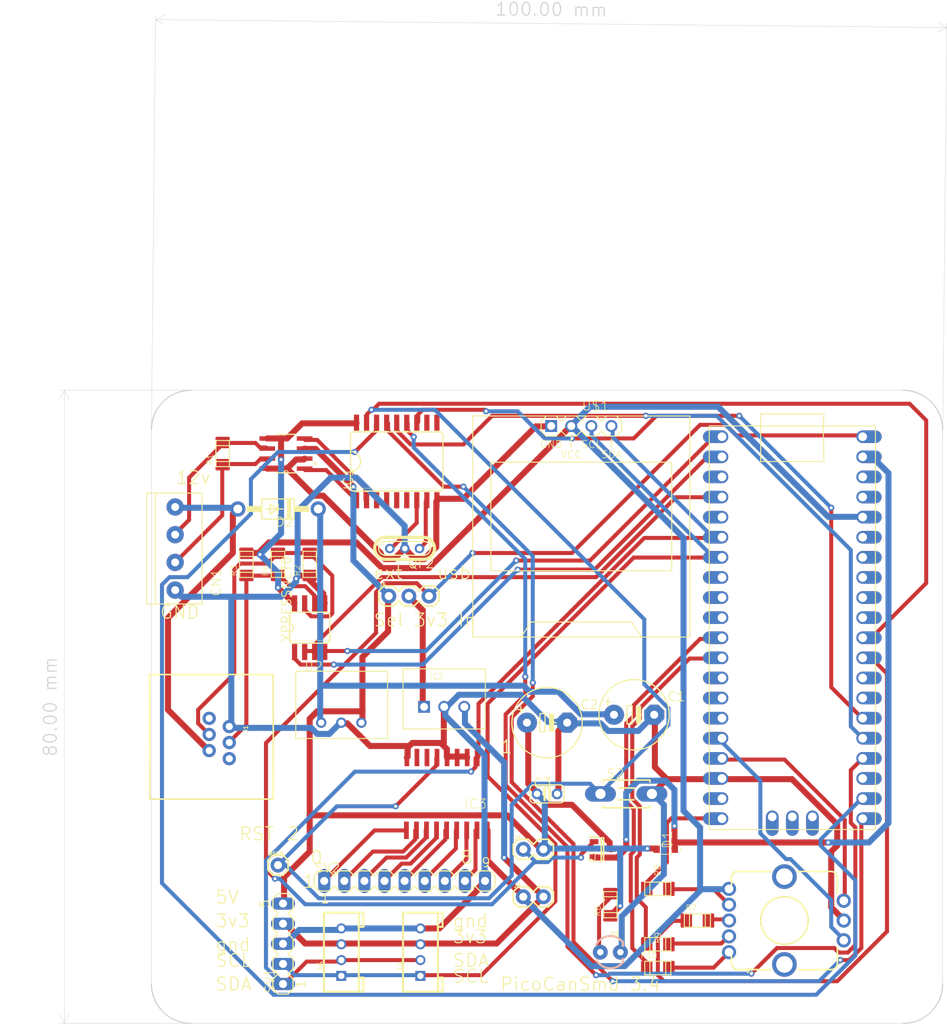
<source format=kicad_pcb>
(kicad_pcb (version 20221018) (generator pcbnew)
  (layers (0 "F.Cu" signal) (31 "B.Cu" signal) (34 "B.Paste" user) (35 "F.Paste" user) (36 "B.SilkS" user "B.Silkscreen") (37 "F.SilkS" user "F.Silkscreen") (38 "B.Mask" user) (39 "F.Mask" user) (44 "Edge.Cuts" user))
  (net 0 "")
  (net 1 "3V3")
  (net 2 "SCL")
  (net 3 "5V")
  (net 4 "SDA")
  (net 5 "GND")
  (net 6 "RTS")
  (net 7 "N$3")
  (net 8 "12V")
  (net 9 "N$4")
  (net 10 "N$5")
  (net 11 "CH")
  (net 12 "N$7")
  (net 13 "N$6")
  (net 14 "N$8")
  (net 15 "N$9")
  (net 16 "N$10")
  (net 17 "N$11")
  (net 18 "N$12")
  (net 19 "RUN")
  (net 20 "N$14")
  (net 21 "N$15")
  (net 22 "VBUS")
  (net 23 "VSYS")
  (net 24 "3V3A")
  (net 25 "GP0")
  (net 26 "GP1")
  (net 27 "BTN")
  (net 28 "BLUE")
  (net 29 "PINB")
  (net 30 "PINA")
  (net 31 "RED")
  (net 32 "GREEN")
  (net 33 "N$19")
  (net 34 "N$1")
  (net 35 "N$16")
  (net 36 "N$17")
  (net 37 "N$2")
  (net 38 "N$13")
  (net 39 "CL")
  (net 40 "N$18")
  (net 41 "N$20")
  (net 42 "N$21")
  (net 43 "N$22")
  (net 44 "N$23")
  (net 45 "N$24")
  (net 46 "N$25")
  (net 47 "N$26")
  (footprint "PicoCanSmd31:MA09-1" (layer "F.Cu") (at 130.5011 127.0036)
    (fp_text reference "SV2")
    (fp_text value "")
  )
  (footprint "PicoCanSmd31:C1206" (layer "F.Cu") (at 167.5011 132.0036 -90)
    (fp_text reference "R7")
    (fp_text value "10k")
  )
  (footprint "PicoCanSmd31:SOT96P240X110-3N" (layer "F.Cu") (at 155.5011 123.0036)
    (fp_text reference "Q3")
    (fp_text value "DMG2305UX-7")
  )
  (footprint "PicoCanSmd31:HW4-2.0" (layer "F.Cu") (at 122.5011 136.0036 90)
    (fp_text reference "J6")
    (fp_text value "4P-2.0")
  )
  (footprint "PicoCanSmd31:ENCODER_LED_3" (layer "F.Cu") (at 178.5011 132.0036 90)
    (fp_text reference "S1")
    (fp_text value "")
  )
  (footprint "PicoCanSmd31:UM1" (layer "F.Cu") (at 130.5011 85.0036 180)
    (fp_text reference "QF2")
    (fp_text value "16M20AUM1")
  )
  (footprint "PicoCanSmd31:1X03" (layer "F.Cu") (at 128.5011 91.0036)
    (fp_text reference "J5")
    (fp_text value "Sel Vreg In")
  )
  (footprint "PicoCanSmd31:HW4-2.0" (layer "F.Cu") (at 132.5011 136.0036 90)
    (fp_text reference "J4")
    (fp_text value "4P-2.0")
  )
  (footprint "PicoCanSmd31:C1206" (layer "F.Cu") (at 162.5011 128.0036 -90)
    (fp_text reference "R8")
    (fp_text value "1k")
  )
  (footprint "" (layer "F.Cu") (at 103.5011 70.0036)
    (fp_text reference "@HOLE0" hide)
    (fp_text value "")
  )
  (footprint "PicoCanSmd31:OKI-78SR" (layer "F.Cu") (at 135.5011 105.0036)
    (fp_text reference "IC2")
    (fp_text value "VREG-OKI-78SR-3.3/1.5-W36")
  )
  (footprint "PicoCanSmd31:E5-8,5" (layer "F.Cu") (at 148.5011 107.0036)
    (fp_text reference "C2")
    (fp_text value "4.7uF")
  )
  (footprint "PicoCanSmd31:1X02" (layer "F.Cu") (at 145.5011 123.0036)
    (fp_text reference "J2")
    (fp_text value "5VSel")
  )
  (footprint "" (layer "F.Cu") (at 193.5011 140.0036)
    (fp_text reference "@HOLE2" hide)
    (fp_text value "")
  )
  (footprint "PicoCanSmd31:1X04-3.5MM" (layer "F.Cu") (at 101.5011 85.0036 -90)
    (fp_text reference "CN1")
    (fp_text value "1X4-3.5MM" hide)
  )
  (footprint "PicoCanSmd31:DTS-3" (layer "F.Cu") (at 158.5011 116.0036)
    (fp_text reference "S2")
    (fp_text value "DTS-3")
  )
  (footprint "" (layer "F.Cu") (at 103.5011 140.0036)
    (fp_text reference "@HOLE3" hide)
    (fp_text value "")
  )
  (footprint "PicoCanSmd31:SO08" (layer "F.Cu") (at 118.5011 95.0036)
    (fp_text reference "XPRESSNET0")
    (fp_text value "MAX3468ESA")
  )
  (footprint "PicoCanSmd31:DC-DC_CONVERTER_78XX" (layer "F.Cu") (at 122.5011 107.0036)
    (fp_text reference "U2")
    (fp_text value "R-78E5.0-1.0")
  )
  (footprint "PicoCanSmd31:E5-8,5" (layer "F.Cu") (at 159.5011 106.0036)
    (fp_text reference "C1")
    (fp_text value "100uF")
  )
  (footprint "PicoCanSmd31:C1206" (layer "F.Cu") (at 107.5011 73.0036)
    (fp_text reference "R1")
    (fp_text value "120")
  )
  (footprint "PicoCanSmd31:MA05-1" (layer "F.Cu") (at 115.1311 134.9436 90)
    (fp_text reference "SV1")
    (fp_text value "I2C-3v3")
  )
  (footprint "PicoCanSmd31:C1206" (layer "F.Cu") (at 110.5011 87.0036)
    (fp_text reference "R3")
    (fp_text value "10k")
  )
  (footprint "PicoCanSmd31:C1206" (layer "F.Cu") (at 156.5011 130.0036)
    (fp_text reference "R6")
    (fp_text value "1k")
  )
  (footprint "PicoCanSmd31:1X02" (layer "F.Cu") (at 145.5011 129.0036)
    (fp_text reference "J3")
    (fp_text value "3v3 sel")
  )
  (footprint "PicoCanSmd31:C025-024X044" (layer "F.Cu") (at 148.5011 116.0036)
    (fp_text reference "C3")
    (fp_text value "100nF")
  )
  (footprint "PicoCanSmd31:DO41-10" (layer "F.Cu") (at 114.5011 80.0036 180)
    (fp_text reference "D2")
    (fp_text value "1N4004")
  )
  (footprint "PicoCanSmd31:LED_3MM" (layer "F.Cu") (at 156.5011 136.0036)
    (fp_text reference "D3")
    (fp_text value "5V")
  )
  (footprint "PicoCanSmd31:C1206" (layer "F.Cu") (at 162.5011 138.0036 -90)
    (fp_text reference "R10")
    (fp_text value "1k")
  )
  (footprint "PicoCanSmd31:C1206" (layer "F.Cu") (at 162.5011 135.0036 -90)
    (fp_text reference "R9")
    (fp_text value "1k")
  )
  (footprint "PicoCanSmd31:SO18L" (layer "F.Cu") (at 129.5011 74.0036)
    (fp_text reference "IC1")
    (fp_text value "MCP2515-E/SO")
  )
  (footprint "PicoCanSmd31:SOIC127P600X175-8N" (layer "F.Cu") (at 115.5011 73.0036 180)
    (fp_text reference "U$3" hide)
    (fp_text value "MCP2562")
  )
  (footprint "PicoCanSmd31:SO18W" (layer "F.Cu") (at 136.5011 116.0036 180)
    (fp_text reference "IC3")
    (fp_text value "MCP23008/SO")
  )
  (footprint "PicoCanSmd31:RPI_PICO_TH" (layer "F.Cu") (at 179.5011 95.0036)
    (fp_text reference "RPI2040" hide)
    (fp_text value "" hide)
  )
  (footprint "PicoCanSmd31:RJ12A" (layer "F.Cu") (at 103.5011 109.0036 -90)
    (fp_text reference "J1")
    (fp_text value "Can")
  )
  (footprint "" (layer "F.Cu") (at 193.5011 70.0036)
    (fp_text reference "@HOLE1" hide)
    (fp_text value "")
  )
  (footprint "PicoCanSmd31:C1206" (layer "F.Cu") (at 118.5011 87.0036)
    (fp_text reference "R2")
    (fp_text value "10k")
  )
  (footprint "PicoCanSmd31:DISPLAY-OLED-128X64-I2C" (layer "F.Cu") (at 152.8311 82.2236)
    (fp_text reference "U$1")
    (fp_text value "DISPLAY-OLED-128X64-I2C")
  )
  (footprint "PicoCanSmd31:1X01" (layer "F.Cu") (at 114.5011 125.0036)
    (fp_text reference "RST0")
    (fp_text value "")
  )
  (footprint "PicoCanSmd31:1SS357TPH3F" (layer "F.Cu") (at 163.5011 123.0036 90)
    (fp_text reference "D1")
    (fp_text value "CUS05S40,H3F")
  )
  (footprint "PicoCanSmd31:C1206" (layer "F.Cu") (at 114.5011 87.0036)
    (fp_text reference "R4")
    (fp_text value "120")
  )
  (gr_arc (start 98.5011 70.0036) (mid 99.965566 66.468066) (end 103.5011 65.0036) (stroke (width 0.1524)) (layer "Edge.Cuts"))
  (gr_arc (start 103.5011 145.0036) (mid 99.965566 143.539134) (end 98.5011 140.0036) (stroke (width 0.1524)) (layer "Edge.Cuts"))
  (gr_arc (start 198.5011 140.0036) (mid 197.036634 143.539134) (end 193.5011 145.0036) (stroke (width 0.1524)) (layer "Edge.Cuts"))
  (gr_line (start 193.5011 65.0036) (end 103.5011 65.0036) (stroke (width 0.05)) (layer "Edge.Cuts"))
  (gr_line (start 103.5011 145.0036) (end 193.5011 145.0036) (stroke (width 0.05)) (layer "Edge.Cuts"))
  (gr_line (start 198.5011 140.0036) (end 198.5011 70.0036) (stroke (width 0.05)) (layer "Edge.Cuts"))
  (gr_arc (start 193.5011 65.0036) (mid 197.036634 66.468066) (end 198.5011 70.0036) (stroke (width 0.1524)) (layer "Edge.Cuts"))
  (gr_line (start 98.5011 70.0036) (end 98.5011 140.0036) (stroke (width 0.05)) (layer "Edge.Cuts"))
  (gr_text "0" (at 118.5011 125.0036) (layer "F.SilkS") (effects (font (size 1.63576 1.63576) (thickness 0.14224)) (justify left bottom)))
  (gr_text "PicoCanSmd 3.4" (at 142.5011 141.0036) (layer "F.SilkS") (effects (font (size 1.63576 1.63576) (thickness 0.14224)) (justify left bottom)))
  (gr_text "Sel 3v3 In" (at 126.5011 95.0036) (layer "F.SilkS") (effects (font (size 1.63576 1.63576) (thickness 0.14224)) (justify left bottom)))
  (gr_text "gnd" (at 106.5011 136.0036) (layer "F.SilkS") (effects (font (size 1.63576 1.63576) (thickness 0.14224)) (justify left bottom)))
  (gr_text "3v3" (at 106.5011 133.0036) (layer "F.SilkS") (effects (font (size 1.63576 1.63576) (thickness 0.14224)) (justify left bottom)))
  (gr_text "SCL" (at 136.5011 140.0036) (layer "F.SilkS") (effects (font (size 1.63576 1.63576) (thickness 0.14224)) (justify left bottom)))
  (gr_text "3v3" (at 136.5011 135.0036) (layer "F.SilkS") (effects (font (size 1.63576 1.63576) (thickness 0.14224)) (justify left bottom)))
  (gr_text "SCL" (at 106.5011 138.0036) (layer "F.SilkS") (effects (font (size 1.63576 1.63576) (thickness 0.14224)) (justify left bottom)))
  (gr_text "1" (at 117.5011 128.0036) (layer "F.SilkS") (effects (font (size 1.63576 1.63576) (thickness 0.14224)) (justify left bottom)))
  (gr_text "GND" (at 99.5011 94.0036) (layer "F.SilkS") (effects (font (size 1.63576 1.63576) (thickness 0.14224)) (justify left bottom)))
  (gr_text "1" (at 142.5011 111.0036) (layer "F.SilkS") (effects (font (size 1.63576 1.63576) (thickness 0.14224)) (justify left bottom)))
  (gr_text "ext" (at 126.5011 89.0036) (layer "F.SilkS") (effects (font (size 1.63576 1.63576) (thickness 0.14224)) (justify left bottom)))
  (gr_text "2" (at 115.5011 122.0036) (layer "F.SilkS") (effects (font (size 1.63576 1.63576) (thickness 0.14224)) (justify left bottom)))
  (gr_text "5V" (at 106.5011 130.0036) (layer "F.SilkS") (effects (font (size 1.63576 1.63576) (thickness 0.14224)) (justify left bottom)))
  (gr_text "gnd" (at 136.5011 133.0036) (layer "F.SilkS") (effects (font (size 1.63576 1.63576) (thickness 0.14224)) (justify left bottom)))
  (gr_text "RST" (at 109.5011 122.0036) (layer "F.SilkS") (effects (font (size 1.63576 1.63576) (thickness 0.14224)) (justify left bottom)))
  (gr_text "8" (at 137.5011 125.0036) (layer "F.SilkS") (effects (font (size 1.63576 1.63576) (thickness 0.14224)) (justify left bottom)))
  (gr_text "usb" (at 134.5011 89.0036) (layer "F.SilkS") (effects (font (size 1.63576 1.63576) (thickness 0.14224)) (justify left bottom)))
  (gr_text "SDA" (at 106.5011 141.0036) (layer "F.SilkS") (effects (font (size 1.63576 1.63576) (thickness 0.14224)) (justify left bottom)))
  (gr_text "12v" (at 101.5011 77.0036) (layer "F.SilkS") (effects (font (size 1.63576 1.63576) (thickness 0.14224)) (justify left bottom)))
  (gr_text "SDA" (at 136.5011 138.0036) (layer "F.SilkS") (effects (font (size 1.63576 1.63576) (thickness 0.14224)) (justify left bottom)))
  (dimension (type aligned) (layer "Edge.Cuts") (pts (xy 98.5011 70.0036) (xy 198.5011 71.0036)) (height -51.829345) (gr_text "100.00 mm" (at 149.037147 16.898935 359.4270613) (layer "Edge.Cuts") (effects (font (size 1.63576 1.63576) (thickness 0.14224)))) (format (prefix "") (suffix "") (units 2) (units_format 1) (precision 2)) (style (thickness 0.05) (arrow_length 1.27) (text_position_mode 0) (extension_height 0.58642) (extension_offset 0) keep_text_aligned))
  (dimension (type aligned) (layer "Edge.Cuts") (pts (xy 103.5011 65.0036) (xy 103.5011 145.0036)) (height 16) (gr_text "80.00 mm" (at 85.7231 105.0036 90) (layer "Edge.Cuts") (effects (font (size 1.63576 1.63576) (thickness 0.14224)))) (format (prefix "") (suffix "") (units 2) (units_format 1) (precision 2)) (style (thickness 0.05) (arrow_length 1.27) (text_position_mode 0) (extension_height 0.58642) (extension_offset 0) keep_text_aligned))
  (segment (start 115.6461 71.0896) (end 114.8841 71.0896) (width 0.762) (layer "F.Cu") (net 1))
  (segment (start 145.5546 129.0016) (end 145.5011 129.0036) (width 0.762) (layer "F.Cu") (net 1))
  (segment (start 127.6476 87.4726) (end 124.4091 84.2341) (width 0.762) (layer "F.Cu") (net 1))
  (segment (start 114.8841 73.7566) (end 114.8841 71.0896) (width 0.762) (layer "F.Cu") (net 1))
  (segment (start 124.4091 84.2341) (end 113.3601 84.2341) (width 0.762) (layer "F.Cu") (net 1))
  (segment (start 114.5031 89.9491) (end 116.4081 91.8541) (width 0.762) (layer "F.Cu") (net 1))
  (segment (start 114.8841 71.0896) (end 113.1696 71.0896) (width 0.762) (layer "F.Cu") (net 1))
  (segment (start 133.5531 87.4726) (end 127.6476 87.4726) (width 0.762) (layer "F.Cu") (net 1))
  (segment (start 112.0266 85.5676) (end 110.5026 85.5676) (width 0.762) (layer "F.Cu") (net 1))
  (segment (start 110.5026 85.5676) (end 110.5011 85.6036) (width 0.762) (layer "F.Cu") (net 1))
  (segment (start 113.1696 71.0896) (end 113.1389 71.0986) (width 0.762) (layer "F.Cu") (net 1))
  (segment (start 117.5511 69.1846) (end 115.6461 71.0896) (width 0.762) (layer "F.Cu") (net 1))
  (segment (start 140.9826 120.6196) (end 140.9461 120.6036) (width 0.762) (layer "F.Cu") (net 1))
  (segment (start 145.5546 129.0016) (end 140.9826 124.4296) (width 0.762) (layer "F.Cu") (net 1))
  (segment (start 113.3601 84.2341) (end 112.0266 85.5676) (width 0.762) (layer "F.Cu") (net 1))
  (segment (start 112.2171 85.7581) (end 112.0266 85.5676) (width 0.762) (layer "F.Cu") (net 1))
  (segment (start 116.4081 91.8541) (end 116.5961 91.9302) (width 0.762) (layer "F.Cu") (net 1))
  (segment (start 151.4601 69.5656) (end 133.5531 87.4726) (width 0.762) (layer "F.Cu") (net 1))
  (segment (start 124.4091 69.1846) (end 124.4211 69.1014) (width 0.762) (layer "F.Cu") (net 1))
  (segment (start 151.4601 69.5656) (end 151.5611 69.5236) (width 0.762) (layer "F.Cu") (net 1))
  (segment (start 140.9826 124.4296) (end 140.9826 120.6196) (width 0.762) (layer "F.Cu") (net 1))
  (segment (start 124.4091 69.1846) (end 117.5511 69.1846) (width 0.762) (layer "F.Cu") (net 1))
  (via (at 114.5031 89.9491) (size 0.7874) (drill 0.381) (layers "F.Cu" "B.Cu") (net 1))
  (via (at 112.2171 85.7581) (size 0.7874) (drill 0.381) (layers "F.Cu" "B.Cu") (net 1))
  (via (at 114.8841 73.7566) (size 0.7874) (drill 0.381) (layers "F.Cu" "B.Cu") (net 1))
  (segment (start 184.0356 80.9956) (end 188.2266 80.9956) (width 0.762) (layer "B.Cu") (net 1))
  (segment (start 188.2266 80.9956) (end 188.3911 81.0336) (width 0.762) (layer "B.Cu") (net 1))
  (segment (start 151.8411 69.7561) (end 151.5611 69.5236) (width 0.762) (layer "B.Cu") (net 1))
  (segment (start 170.1291 67.0891) (end 184.0356 80.9956) (width 0.762) (layer "B.Cu") (net 1))
  (segment (start 167.8431 127.8586) (end 168.0336 128.0491) (width 0.762) (layer "B.Cu") (net 1))
  (segment (start 153.9366 67.0891) (end 170.1291 67.0891) (width 0.762) (layer "B.Cu") (net 1))
  (segment (start 145.5546 129.1921) (end 154.1271 137.7646) (width 0.762) (layer "B.Cu") (net 1))
  (segment (start 165.7476 83.6626) (end 165.7476 118.1431) (width 0.762) (layer "B.Cu") (net 1))
  (segment (start 167.8431 120.2386) (end 167.8431 127.8586) (width 0.762) (layer "B.Cu") (net 1))
  (segment (start 168.0336 128.0491) (end 171.4626 128.0491) (width 0.762) (layer "B.Cu") (net 1))
  (segment (start 151.6506 69.3751) (end 153.9366 67.0891) (width 0.762) (layer "B.Cu") (net 1))
  (segment (start 112.2171 85.7581) (end 114.8841 83.0911) (width 0.762) (layer "B.Cu") (net 1))
  (segment (start 158.3181 137.7646) (end 168.0336 128.0491) (width 0.762) (layer "B.Cu") (net 1))
  (segment (start 114.5031 88.0441) (end 114.5031 89.9491) (width 0.762) (layer "B.Cu") (net 1))
  (segment (start 151.6506 69.3751) (end 151.5611 69.5236) (width 0.762) (layer "B.Cu") (net 1))
  (segment (start 114.8841 83.0911) (end 114.8841 73.7566) (width 0.762) (layer "B.Cu") (net 1))
  (segment (start 154.1271 137.7646) (end 158.3181 137.7646) (width 0.762) (layer "B.Cu") (net 1))
  (segment (start 112.2171 85.7581) (end 114.5031 88.0441) (width 0.762) (layer "B.Cu") (net 1))
  (segment (start 145.5546 129.1921) (end 145.5011 129.0036) (width 0.762) (layer "B.Cu") (net 1))
  (segment (start 171.4626 128.0491) (end 171.5011 128.0036) (width 0.762) (layer "B.Cu") (net 1))
  (segment (start 151.8411 69.7561) (end 165.7476 83.6626) (width 0.762) (layer "B.Cu") (net 1))
  (segment (start 165.7476 118.1431) (end 167.8431 120.2386) (width 0.762) (layer "B.Cu") (net 1))
  (segment (start 140.9826 104.6176) (end 159.4611 86.1391) (width 0.508) (layer "F.Cu") (net 2))
  (segment (start 149.5551 122.3341) (end 140.9826 113.7616) (width 0.508) (layer "F.Cu") (net 2))
  (segment (start 149.5551 129.5731) (end 149.5551 122.3341) (width 0.508) (layer "F.Cu") (net 2))
  (segment (start 170.5101 86.1391) (end 170.6111 86.1136) (width 0.508) (layer "F.Cu") (net 2))
  (segment (start 140.9826 111.2851) (end 140.9826 104.6176) (width 0.508) (layer "F.Cu") (net 2))
  (segment (start 132.6006 138.9076) (end 132.5011 139.0036) (width 0.508) (layer "F.Cu") (net 2))
  (segment (start 140.9826 113.7616) (end 140.9826 111.4756) (width 0.508) (layer "F.Cu") (net 2))
  (segment (start 132.6006 138.9076) (end 140.2206 138.9076) (width 0.508) (layer "F.Cu") (net 2))
  (segment (start 140.9826 111.2851) (end 140.9461 111.4036) (width 0.508) (layer "F.Cu") (net 2))
  (segment (start 140.9826 111.4756) (end 140.9461 111.4036) (width 0.508) (layer "F.Cu") (net 2))
  (segment (start 140.2206 138.9076) (end 149.5551 129.5731) (width 0.508) (layer "F.Cu") (net 2))
  (segment (start 159.4611 86.1391) (end 170.5101 86.1391) (width 0.508) (layer "F.Cu") (net 2))
  (segment (start 170.5101 85.9486) (end 169.3671 85.9486) (width 0.508) (layer "B.Cu") (net 2))
  (segment (start 122.6946 138.9076) (end 122.5011 139.0036) (width 0.508) (layer "B.Cu") (net 2))
  (segment (start 154.1271 70.7086) (end 154.1271 69.5656) (width 0.508) (layer "B.Cu") (net 2))
  (segment (start 116.5986 138.9076) (end 122.3136 138.9076) (width 0.508) (layer "B.Cu") (net 2))
  (segment (start 154.1271 69.5656) (end 154.1011 69.5236) (width 0.508) (layer "B.Cu") (net 2))
  (segment (start 122.3136 138.9076) (end 122.5011 139.0036) (width 0.508) (layer "B.Cu") (net 2))
  (segment (start 115.2651 137.5741) (end 115.1311 137.4836) (width 0.508) (layer "B.Cu") (net 2))
  (segment (start 115.2651 137.5741) (end 116.5986 138.9076) (width 0.508) (layer "B.Cu") (net 2))
  (segment (start 170.5101 85.9486) (end 170.6111 86.1136) (width 0.508) (layer "B.Cu") (net 2))
  (segment (start 169.3671 85.9486) (end 154.1271 70.7086) (width 0.508) (layer "B.Cu") (net 2))
  (segment (start 132.4101 138.9076) (end 122.6946 138.9076) (width 0.508) (layer "B.Cu") (net 2))
  (segment (start 132.4101 138.9076) (end 132.5011 139.0036) (width 0.508) (layer "B.Cu") (net 2))
  (segment (start 128.4096 95.4736) (end 125.1711 98.7121) (width 0.762) (layer "F.Cu") (net 3))
  (segment (start 147.0786 115.6666) (end 146.1261 114.7141) (width 0.762) (layer "F.Cu") (net 3))
  (segment (start 156.6036 131.2876) (end 156.5011 131.4036) (width 0.762) (layer "F.Cu") (net 3))
  (segment (start 128.4096 91.0921) (end 128.4096 95.4736) (width 0.762) (layer "F.Cu") (net 3))
  (segment (start 118.5036 118.7146) (end 118.5036 123.2866) (width 0.762) (layer "F.Cu") (net 3))
  (segment (start 161.1756 122.9056) (end 162.3186 122.9056) (width 0.762) (layer "F.Cu") (net 3))
  (segment (start 125.1711 98.7121) (end 125.1711 105.5701) (width 0.762) (layer "F.Cu") (net 3))
  (segment (start 117.9321 72.4231) (end 117.8633 72.3686) (width 0.762) (layer "F.Cu") (net 3))
  (segment (start 119.4561 105.5701) (end 118.5036 106.5226) (width 0.762) (layer "F.Cu") (net 3))
  (segment (start 162.3186 122.9056) (end 162.3511 123.0036) (width 0.762) (layer "F.Cu") (net 3))
  (segment (start 115.2651 126.5251) (end 115.2651 129.7636) (width 0.762) (layer "F.Cu") (net 3))
  (segment (start 147.0786 115.6666) (end 147.2311 116.0036) (width 0.762) (layer "F.Cu") (net 3))
  (segment (start 118.5036 106.5226) (end 118.5036 118.7146) (width 0.762) (layer "F.Cu") (net 3))
  (segment (start 118.5036 123.2866) (end 115.2651 126.5251) (width 0.762) (layer "F.Cu") (net 3))
  (segment (start 156.4131 122.9056) (end 156.5511 123.0036) (width 0.762) (layer "F.Cu") (net 3))
  (segment (start 128.4096 91.0921) (end 128.5011 91.0036) (width 0.762) (layer "F.Cu") (net 3))
  (segment (start 125.1711 106.9036) (end 125.0411 107.0036) (width 0.762) (layer "F.Cu") (net 3))
  (segment (start 148.0311 122.9056) (end 148.0411 123.0036) (width 0.762) (layer "F.Cu") (net 3))
  (segment (start 146.1261 114.7141) (end 146.1261 107.0941) (width 0.762) (layer "F.Cu") (net 3))
  (segment (start 115.2651 129.7636) (end 115.1311 129.8636) (width 0.762) (layer "F.Cu") (net 3))
  (segment (start 156.4131 122.1436) (end 156.4131 122.9056) (width 0.762) (layer "F.Cu") (net 3))
  (segment (start 125.1711 105.5701) (end 125.1711 106.9036) (width 0.762) (layer "F.Cu") (net 3))
  (segment (start 151.6506 117.3811) (end 156.4131 122.1436) (width 0.762) (layer "F.Cu") (net 3))
  (segment (start 146.1261 107.0941) (end 145.9611 107.0036) (width 0.762) (layer "F.Cu") (net 3))
  (segment (start 118.5036 118.7146) (end 143.4591 118.7146) (width 0.762) (layer "F.Cu") (net 3))
  (segment (start 147.2691 116.0476) (end 148.6026 117.3811) (width 0.762) (layer "F.Cu") (net 3))
  (segment (start 147.6501 122.9056) (end 148.0311 122.9056) (width 0.762) (layer "F.Cu") (net 3))
  (segment (start 157.7466 130.1446) (end 156.6036 131.2876) (width 0.762) (layer "F.Cu") (net 3))
  (segment (start 125.1711 105.5701) (end 119.4561 105.5701) (width 0.762) (layer "F.Cu") (net 3))
  (segment (start 148.6026 117.3811) (end 151.6506 117.3811) (width 0.762) (layer "F.Cu") (net 3))
  (segment (start 143.4591 118.7146) (end 147.6501 122.9056) (width 0.762) (layer "F.Cu") (net 3))
  (segment (start 119.2656 72.4231) (end 117.9321 72.4231) (width 0.762) (layer "F.Cu") (net 3))
  (segment (start 147.2691 116.0476) (end 147.2311 116.0036) (width 0.762) (layer "F.Cu") (net 3))
  (segment (start 124.0281 77.1856) (end 119.2656 72.4231) (width 0.762) (layer "F.Cu") (net 3))
  (via (at 161.1756 122.9056) (size 0.7874) (drill 0.381) (layers "F.Cu" "B.Cu") (net 3))
  (via (at 124.0281 77.1856) (size 0.7874) (drill 0.381) (layers "F.Cu" "B.Cu") (net 3))
  (via (at 157.7466 130.1446) (size 0.7874) (drill 0.381) (layers "F.Cu" "B.Cu") (net 3))
  (segment (start 148.2216 122.5246) (end 148.0411 123.0036) (width 0.762) (layer "B.Cu") (net 3))
  (segment (start 157.7466 122.9056) (end 161.1756 122.9056) (width 0.762) (layer "B.Cu") (net 3))
  (segment (start 128.4096 90.9016) (end 128.5011 91.0036) (width 0.762) (layer "B.Cu") (net 3))
  (segment (start 157.7466 122.9056) (end 157.7466 130.1446) (width 0.762) (layer "B.Cu") (net 3))
  (segment (start 124.0281 86.5201) (end 124.0281 77.1856) (width 0.762) (layer "B.Cu") (net 3))
  (segment (start 148.2216 122.9056) (end 157.7466 122.9056) (width 0.762) (layer "B.Cu") (net 3))
  (segment (start 128.4096 90.9016) (end 124.0281 86.5201) (width 0.762) (layer "B.Cu") (net 3))
  (segment (start 147.2691 116.0476) (end 147.2311 116.0036) (width 0.762) (layer "B.Cu") (net 3))
  (segment (start 147.2691 116.0476) (end 148.2216 117.0001) (width 0.762) (layer "B.Cu") (net 3))
  (segment (start 148.2216 122.9056) (end 148.0411 123.0036) (width 0.762) (layer "B.Cu") (net 3))
  (segment (start 148.2216 117.0001) (end 148.2216 122.5246) (width 0.762) (layer "B.Cu") (net 3))
  (segment (start 139.4586 111.4756) (end 139.6761 111.4036) (width 0.508) (layer "F.Cu") (net 4))
  (segment (start 122.6946 137.0026) (end 132.4101 137.0026) (width 0.508) (layer "F.Cu") (net 4))
  (segment (start 139.4586 112.6186) (end 138.8871 113.1901) (width 0.508) (layer "F.Cu") (net 4))
  (segment (start 139.4586 111.4756) (end 139.4586 112.6186) (width 0.508) (layer "F.Cu") (net 4))
  (segment (start 170.5101 83.6626) (end 160.7946 83.6626) (width 0.508) (layer "F.Cu") (net 4))
  (segment (start 118.1226 137.1931) (end 122.3136 137.1931) (width 0.508) (layer "F.Cu") (net 4))
  (segment (start 122.3136 137.1931) (end 122.5011 137.0036) (width 0.508) (layer "F.Cu") (net 4))
  (segment (start 132.4101 137.0026) (end 132.5011 137.0036) (width 0.508) (layer "F.Cu") (net 4))
  (segment (start 139.8396 111.2851) (end 139.6761 111.4036) (width 0.508) (layer "F.Cu") (net 4))
  (segment (start 115.2651 140.0506) (end 118.1226 137.1931) (width 0.508) (layer "F.Cu") (net 4))
  (segment (start 160.7946 83.6626) (end 139.8396 104.6176) (width 0.508) (layer "F.Cu") (net 4))
  (segment (start 122.6946 137.0026) (end 122.5011 137.0036) (width 0.508) (layer "F.Cu") (net 4))
  (segment (start 139.8396 104.6176) (end 139.8396 111.2851) (width 0.508) (layer "F.Cu") (net 4))
  (segment (start 115.2651 140.0506) (end 115.1311 140.0236) (width 0.508) (layer "F.Cu") (net 4))
  (segment (start 170.5101 83.6626) (end 170.6111 83.5736) (width 0.508) (layer "F.Cu") (net 4))
  (via (at 138.8871 113.1901) (size 0.7874) (drill 0.381) (layers "F.Cu" "B.Cu") (net 4))
  (segment (start 156.7941 70.8991) (end 156.7941 69.5656) (width 0.508) (layer "B.Cu") (net 4))
  (segment (start 124.2186 113.1901) (end 112.9791 124.4296) (width 0.508) (layer "B.Cu") (net 4))
  (segment (start 112.9791 124.4296) (end 112.9791 137.9551) (width 0.508) (layer "B.Cu") (net 4))
  (segment (start 169.3671 83.4721) (end 156.7941 70.8991) (width 0.508) (layer "B.Cu") (net 4))
  (segment (start 170.5101 83.4721) (end 169.3671 83.4721) (width 0.508) (layer "B.Cu") (net 4))
  (segment (start 138.8871 113.1901) (end 124.2186 113.1901) (width 0.508) (layer "B.Cu") (net 4))
  (segment (start 115.0746 139.8601) (end 115.1311 140.0236) (width 0.508) (layer "B.Cu") (net 4))
  (segment (start 113.9316 138.9076) (end 114.1221 138.9076) (width 0.508) (layer "B.Cu") (net 4))
  (segment (start 112.9791 137.9551) (end 113.9316 138.9076) (width 0.508) (layer "B.Cu") (net 4))
  (segment (start 170.5101 83.4721) (end 170.6111 83.5736) (width 0.508) (layer "B.Cu") (net 4))
  (segment (start 156.7941 69.5656) (end 156.6411 69.5236) (width 0.508) (layer "B.Cu") (net 4))
  (segment (start 114.1221 138.9076) (end 115.0746 139.8601) (width 0.508) (layer "B.Cu") (net 4))
  (segment (start 134.8866 78.7096) (end 134.5811 78.9058) (width 0.762) (layer "F.Cu") (net 5))
  (segment (start 116.7891 73.7566) (end 115.6461 74.8996) (width 0.762) (layer "F.Cu") (net 5))
  (segment (start 130.6956 109.9516) (end 126.1236 109.9516) (width 0.762) (layer "F.Cu") (net 5))
  (segment (start 170.8911 114.1426) (end 170.6111 114.0536) (width 0.762) (layer "F.Cu") (net 5))
  (segment (start 162.1281 106.1416) (end 162.0411 106.0036) (width 0.762) (layer "F.Cu") (net 5))
  (segment (start 135.4581 109.5706) (end 135.4581 105.1891) (width 0.762) (layer "F.Cu") (net 5))
  (segment (start 116.7891 88.8061) (end 117.1701 88.4251) (width 0.762) (layer "F.Cu") (net 5))
  (segment (start 149.9361 115.8571) (end 149.7711 116.0036) (width 0.762) (layer "F.Cu") (net 5))
  (segment (start 117.1701 88.4251) (end 118.1226 88.4251) (width 0.762) (layer "F.Cu") (net 5))
  (segment (start 130.3146 85.1866) (end 130.5281 85.0036) (width 0.762) (layer "F.Cu") (net 5))
  (segment (start 130.3146 85.1866) (end 129.1716 86.3296) (width 0.762) (layer "F.Cu") (net 5))
  (segment (start 137.3631 111.2851) (end 137.1361 111.4036) (width 0.762) (layer "F.Cu") (net 5))
  (segment (start 130.6956 85.1866) (end 131.8386 86.3296) (width 0.762) (layer "F.Cu") (net 5))
  (segment (start 135.4581 109.5706) (end 135.2676 109.7611) (width 0.762) (layer "F.Cu") (net 5))
  (segment (start 119.0751 78.3286) (end 115.6461 74.8996) (width 0.762) (layer "F.Cu") (net 5))
  (segment (start 139.6491 128.2396) (end 139.6491 128.0491) (width 0.762) (layer "F.Cu") (net 5))
  (segment (start 120.2181 91.8541) (end 120.2181 90.7111) (width 0.762) (layer "F.Cu") (net 5))
  (segment (start 127.4571 85.7581) (end 127.4571 85.5676) (width 0.762) (layer "F.Cu") (net 5))
  (segment (start 170.8911 114.1426) (end 179.4636 114.1426) (width 0.762) (layer "F.Cu") (net 5))
  (segment (start 148.9836 69.5656) (end 149.0211 69.5236) (width 0.762) (layer "F.Cu") (net 5))
  (segment (start 117.7416 73.7566) (end 117.8633 73.6386) (width 0.762) (layer "F.Cu") (net 5))
  (segment (start 185.1786 122.5246) (end 184.4166 123.2866) (width 0.762) (layer "F.Cu") (net 5))
  (segment (start 140.6016 127.0966) (end 140.6611 127.0036) (width 0.762) (layer "F.Cu") (net 5))
  (segment (start 134.8866 78.7096) (end 137.9346 78.7096) (width 0.762) (layer "F.Cu") (net 5))
  (segment (start 129.1716 86.3296) (end 128.0286 86.3296) (width 0.762) (layer "F.Cu") (net 5))
  (segment (start 135.2676 109.7611) (end 135.0771 109.5706) (width 0.762) (layer "F.Cu") (net 5))
  (segment (start 113.1696 74.8996) (end 113.1389 74.9086) (width 0.762) (layer "F.Cu") (net 5))
  (segment (start 120.2181 90.7111) (end 118.5036 88.9966) (width 0.762) (layer "F.Cu") (net 5))
  (segment (start 131.4576 109.5706) (end 130.8861 110.1421) (width 0.762) (layer "F.Cu") (net 5))
  (segment (start 130.8861 110.1421) (end 130.8861 111.2851) (width 0.762) (layer "F.Cu") (net 5))
  (segment (start 130.8861 111.2851) (end 130.7861 111.4036) (width 0.762) (layer "F.Cu") (net 5))
  (segment (start 130.6956 109.9516) (end 130.8861 110.1421) (width 0.762) (layer "F.Cu") (net 5))
  (segment (start 149.9361 108.0466) (end 149.9361 115.8571) (width 0.762) (layer "F.Cu") (net 5))
  (segment (start 136.9821 111.2851) (end 137.1361 111.4036) (width 0.762) (layer "F.Cu") (net 5))
  (segment (start 135.4581 105.1891) (end 135.5011 105.0036) (width 0.762) (layer "F.Cu") (net 5))
  (segment (start 135.8391 110.3326) (end 135.2676 109.7611) (width 0.762) (layer "F.Cu") (net 5))
  (segment (start 117.7416 73.7566) (end 116.7891 73.7566) (width 0.762) (layer "F.Cu") (net 5))
  (segment (start 162.1281 112.6186) (end 162.1281 106.1416) (width 0.762) (layer "F.Cu") (net 5))
  (segment (start 123.2661 107.0941) (end 122.5041 107.0941) (width 0.762) (layer "F.Cu") (net 5))
  (segment (start 137.9346 78.7096) (end 147.0786 69.5656) (width 0.762) (layer "F.Cu") (net 5))
  (segment (start 135.857903 111.367625) (end 135.8661 111.4036) (width 0.762) (layer "F.Cu") (net 5))
  (segment (start 163.6521 114.1426) (end 162.1281 112.6186) (width 0.762) (layer "F.Cu") (net 5))
  (segment (start 118.1226 88.4251) (end 118.5011 88.4036) (width 0.762) (layer "F.Cu") (net 5))
  (segment (start 137.3631 111.2851) (end 138.3156 111.2851) (width 0.762) (layer "F.Cu") (net 5))
  (segment (start 136.2201 111.2851) (end 136.9821 111.2851) (width 0.762) (layer "F.Cu") (net 5))
  (segment (start 184.4166 123.2866) (end 184.4166 130.3351) (width 0.762) (layer "F.Cu") (net 5))
  (segment (start 161.9376 115.8571) (end 163.6521 114.1426) (width 0.762) (layer "F.Cu") (net 5))
  (segment (start 127.4571 85.5676) (end 120.2181 78.3286) (width 0.762) (layer "F.Cu") (net 5))
  (segment (start 135.8391 111.2851) (end 135.8391 110.3326) (width 0.762) (layer "F.Cu") (net 5))
  (segment (start 139.6491 128.0491) (end 140.6016 127.0966) (width 0.762) (layer "F.Cu") (net 5))
  (segment (start 118.5036 88.4251) (end 118.5011 88.4036) (width 0.762) (layer "F.Cu") (net 5))
  (segment (start 126.1236 109.9516) (end 123.2661 107.0941) (width 0.762) (layer "F.Cu") (net 5))
  (segment (start 132.9816 86.3296) (end 134.5056 84.8056) (width 0.762) (layer "F.Cu") (net 5))
  (segment (start 179.4636 114.1426) (end 185.1786 119.8576) (width 0.762) (layer "F.Cu") (net 5))
  (segment (start 122.5041 107.0941) (end 122.5011 107.0036) (width 0.762) (layer "F.Cu") (net 5))
  (segment (start 118.5036 88.9966) (end 118.5036 88.4251) (width 0.762) (layer "F.Cu") (net 5))
  (segment (start 135.8391 111.2851) (end 135.857903 111.367625) (width 0.762) (layer "F.Cu") (net 5))
  (segment (start 120.2181 78.3286) (end 119.0751 78.3286) (width 0.762) (layer "F.Cu") (net 5))
  (segment (start 135.0771 109.5706) (end 131.4576 109.5706) (width 0.762) (layer "F.Cu") (net 5))
  (segment (start 115.6461 74.8996) (end 113.1696 74.8996) (width 0.762) (layer "F.Cu") (net 5))
  (segment (start 170.5101 114.1426) (end 170.6111 114.0536) (width 0.762) (layer "F.Cu") (net 5))
  (segment (start 128.0286 86.3296) (end 127.4571 85.7581) (width 0.762) (layer "F.Cu") (net 5))
  (segment (start 147.0786 69.5656) (end 148.9836 69.5656) (width 0.762) (layer "F.Cu") (net 5))
  (segment (start 138.3156 111.2851) (end 138.4061 111.4036) (width 0.762) (layer "F.Cu") (net 5))
  (segment (start 134.8866 133.0021) (end 139.6491 128.2396) (width 0.762) (layer "F.Cu") (net 5))
  (segment (start 132.6006 133.0021) (end 132.5011 133.0036) (width 0.762) (layer "F.Cu") (net 5))
  (segment (start 136.2201 111.2851) (end 135.857903 111.367625) (width 0.762) (layer "F.Cu") (net 5))
  (segment (start 134.5056 84.8056) (end 134.5056 79.0906) (width 0.762) (layer "F.Cu") (net 5))
  (segment (start 132.6006 133.0021) (end 134.8866 133.0021) (width 0.762) (layer "F.Cu") (net 5))
  (segment (start 185.1786 119.8576) (end 185.1786 122.5246) (width 0.762) (layer "F.Cu") (net 5))
  (segment (start 150.8886 107.0941) (end 151.0411 107.0036) (width 0.762) (layer "F.Cu") (net 5))
  (segment (start 130.6956 85.1866) (end 130.5281 85.0036) (width 0.762) (layer "F.Cu") (net 5))
  (segment (start 161.9376 115.8571) (end 161.7511 116.0036) (width 0.762) (layer "F.Cu") (net 5))
  (segment (start 184.4166 130.3351) (end 185.9406 131.8591) (width 0.762) (layer "F.Cu") (net 5))
  (segment (start 131.8386 86.3296) (end 132.9816 86.3296) (width 0.762) (layer "F.Cu") (net 5))
  (segment (start 163.6521 114.1426) (end 170.5101 114.1426) (width 0.762) (layer "F.Cu") (net 5))
  (segment (start 150.8886 107.0941) (end 149.9361 108.0466) (width 0.762) (layer "F.Cu") (net 5))
  (segment (start 120.2181 91.8541) (end 120.4061 91.9302) (width 0.762) (layer "F.Cu") (net 5))
  (segment (start 134.5056 79.0906) (end 134.5811 78.9058) (width 0.762) (layer "F.Cu") (net 5))
  (segment (start 185.9406 131.8591) (end 186.0011 132.0036) (width 0.762) (layer "F.Cu") (net 5))
  (via (at 116.7891 88.8061) (size 0.7874) (drill 0.381) (layers "F.Cu" "B.Cu") (net 5))
  (segment (start 108.5976 91.0921) (end 114.8841 91.0921) (width 0.762) (layer "B.Cu") (net 5))
  (segment (start 163.2711 117.3811) (end 163.2711 126.1441) (width 0.762) (layer "B.Cu") (net 5))
  (segment (start 115.2651 135.0976) (end 117.1701 133.1926) (width 0.762) (layer "B.Cu") (net 5))
  (segment (start 116.9796 88.6156) (end 116.9796 80.2336) (width 0.762) (layer "B.Cu") (net 5))
  (segment (start 150.6981 106.9036) (end 151.0411 107.0036) (width 0.762) (layer "B.Cu") (net 5))
  (segment (start 116.9796 88.6156) (end 116.7891 88.8061) (width 0.762) (layer "B.Cu") (net 5))
  (segment (start 101.5491 90.3301) (end 101.5011 90.2536) (width 0.762) (layer "B.Cu") (net 5))
  (segment (start 115.2651 135.0976) (end 115.1311 134.9436) (width 0.762) (layer "B.Cu") (net 5))
  (segment (start 130.5051 82.1386) (end 130.5051 84.9961) (width 0.762) (layer "B.Cu") (net 5))
  (segment (start 161.9376 116.0476) (end 161.7511 116.0036) (width 0.762) (layer "B.Cu") (net 5))
  (segment (start 122.6946 133.0021) (end 132.4101 133.0021) (width 0.762) (layer "B.Cu") (net 5))
  (segment (start 161.9376 106.1416) (end 160.0326 108.0466) (width 0.762) (layer "B.Cu") (net 5))
  (segment (start 135.8391 104.9986) (end 137.3631 103.4746) (width 0.762) (layer "B.Cu") (net 5))
  (segment (start 135.6486 105.1891) (end 135.5011 105.0036) (width 0.762) (layer "B.Cu") (net 5))
  (segment (start 122.6946 133.0021) (end 122.5011 133.0036) (width 0.762) (layer "B.Cu") (net 5))
  (segment (start 108.5976 107.2846) (end 108.3411 107.4936) (width 0.762) (layer "B.Cu") (net 5))
  (segment (start 135.6486 105.1891) (end 135.6486 106.1416) (width 0.762) (layer "B.Cu") (net 5))
  (segment (start 116.9796 80.2336) (end 121.1706 76.0426) (width 0.762) (layer "B.Cu") (net 5))
  (segment (start 122.3136 107.0941) (end 122.5011 107.0036) (width 0.762) (layer "B.Cu") (net 5))
  (segment (start 148.6026 106.9036) (end 150.6981 106.9036) (width 0.762) (layer "B.Cu") (net 5))
  (segment (start 121.1706 76.0426) (end 124.4091 76.0426) (width 0.762) (layer "B.Cu") (net 5))
  (segment (start 132.4101 133.0021) (end 132.5011 133.0036) (width 0.762) (layer "B.Cu") (net 5))
  (segment (start 119.4561 108.4276) (end 118.6941 107.6656) (width 0.762) (layer "B.Cu") (net 5))
  (segment (start 117.1701 133.1926) (end 122.3136 133.1926) (width 0.762) (layer "B.Cu") (net 5))
  (segment (start 130.5051 84.9961) (end 130.5281 85.0036) (width 0.762) (layer "B.Cu") (net 5))
  (segment (start 122.3136 107.0941) (end 120.9801 108.4276) (width 0.762) (layer "B.Cu") (net 5))
  (segment (start 140.6016 126.9061) (end 140.6611 127.0036) (width 0.762) (layer "B.Cu") (net 5))
  (segment (start 108.4071 107.6656) (end 108.3411 107.4936) (width 0.762) (layer "B.Cu") (net 5))
  (segment (start 116.7891 89.1871) (end 116.7891 88.8061) (width 0.762) (layer "B.Cu") (net 5))
  (segment (start 101.5491 90.3301) (end 102.3111 91.0921) (width 0.762) (layer "B.Cu") (net 5))
  (segment (start 156.2226 108.0466) (end 155.2701 107.0941) (width 0.762) (layer "B.Cu") (net 5))
  (segment (start 145.1736 103.4746) (end 148.6026 106.9036) (width 0.762) (layer "B.Cu") (net 5))
  (segment (start 157.9371 135.8596) (end 157.7711 136.0036) (width 0.762) (layer "B.Cu") (net 5))
  (segment (start 102.3111 91.0921) (end 108.5976 91.0921) (width 0.762) (layer "B.Cu") (net 5))
  (segment (start 124.4091 76.0426) (end 130.5051 82.1386) (width 0.762) (layer "B.Cu") (net 5))
  (segment (start 120.9801 108.4276) (end 119.4561 108.4276) (width 0.762) (layer "B.Cu") (net 5))
  (segment (start 118.6941 107.6656) (end 108.4071 107.6656) (width 0.762) (layer "B.Cu") (net 5))
  (segment (start 160.0326 108.0466) (end 156.2226 108.0466) (width 0.762) (layer "B.Cu") (net 5))
  (segment (start 137.3631 103.4746) (end 145.1736 103.4746) (width 0.762) (layer "B.Cu") (net 5))
  (segment (start 108.5976 107.2846) (end 108.5976 91.0921) (width 0.762) (layer "B.Cu") (net 5))
  (segment (start 151.0791 107.0941) (end 151.0411 107.0036) (width 0.762) (layer "B.Cu") (net 5))
  (segment (start 135.8391 104.9986) (end 135.5011 105.0036) (width 0.762) (layer "B.Cu") (net 5))
  (segment (start 135.6486 106.1416) (end 140.6016 111.0946) (width 0.762) (layer "B.Cu") (net 5))
  (segment (start 140.6016 111.0946) (end 140.6016 126.9061) (width 0.762) (layer "B.Cu") (net 5))
  (segment (start 114.8841 91.0921) (end 116.7891 89.1871) (width 0.762) (layer "B.Cu") (net 5))
  (segment (start 161.9376 116.0476) (end 163.2711 117.3811) (width 0.762) (layer "B.Cu") (net 5))
  (segment (start 161.9376 106.1416) (end 162.0411 106.0036) (width 0.762) (layer "B.Cu") (net 5))
  (segment (start 157.9371 131.4781) (end 157.9371 135.8596) (width 0.762) (layer "B.Cu") (net 5))
  (segment (start 155.2701 107.0941) (end 151.0791 107.0941) (width 0.762) (layer "B.Cu") (net 5))
  (segment (start 122.3136 133.1926) (end 122.5011 133.0036) (width 0.762) (layer "B.Cu") (net 5))
  (segment (start 163.2711 126.1441) (end 157.9371 131.4781) (width 0.762) (layer "B.Cu") (net 5))
  (segment (start 154.6986 88.6156) (end 127.6476 88.6156) (width 0.508) (layer "F.Cu") (net 6))
  (segment (start 119.0751 97.1881) (end 119.0751 97.7596) (width 0.508) (layer "F.Cu") (net 6))
  (segment (start 170.5101 78.5191) (end 164.7951 78.5191) (width 0.508) (layer "F.Cu") (net 6))
  (segment (start 119.0751 97.9501) (end 119.1361 98.077) (width 0.508) (layer "F.Cu") (net 6))
  (segment (start 127.6476 88.6156) (end 119.0751 97.1881) (width 0.508) (layer "F.Cu") (net 6))
  (segment (start 170.5101 78.5191) (end 170.6111 78.4936) (width 0.508) (layer "F.Cu") (net 6))
  (segment (start 164.7951 78.5191) (end 154.6986 88.6156) (width 0.508) (layer "F.Cu") (net 6))
  (segment (start 117.9321 97.9501) (end 117.8661 98.077) (width 0.508) (layer "F.Cu") (net 6))
  (segment (start 119.0751 97.9501) (end 117.9321 97.9501) (width 0.508) (layer "F.Cu") (net 6))
  (segment (start 119.0751 97.7596) (end 119.1361 98.077) (width 0.508) (layer "F.Cu") (net 6))
  (segment (start 118.3131 85.5676) (end 114.5031 85.5676) (width 0.508) (layer "F.Cu") (net 7))
  (segment (start 109.7406 86.9011) (end 108.9786 87.6631) (width 0.508) (layer "F.Cu") (net 7))
  (segment (start 120.9801 93.5686) (end 118.6941 93.5686) (width 0.508) (layer "F.Cu") (net 7))
  (segment (start 118.6941 93.5686) (end 117.9321 92.8066) (width 0.508) (layer "F.Cu") (net 7))
  (segment (start 108.9786 87.6631) (end 108.9786 100.8076) (width 0.508) (layer "F.Cu") (net 7))
  (segment (start 104.4066 105.3796) (end 104.4066 107.0941) (width 0.508) (layer "F.Cu") (net 7))
  (segment (start 114.3126 85.7581) (end 113.1696 86.9011) (width 0.508) (layer "F.Cu") (net 7))
  (segment (start 117.9321 92.0446) (end 117.8661 91.9302) (width 0.508) (layer "F.Cu") (net 7))
  (segment (start 118.6941 85.7581) (end 121.3611 88.4251) (width 0.508) (layer "F.Cu") (net 7))
  (segment (start 117.9321 92.8066) (end 117.9321 92.0446) (width 0.508) (layer "F.Cu") (net 7))
  (segment (start 105.7401 108.4276) (end 105.8011 108.4936) (width 0.508) (layer "F.Cu") (net 7))
  (segment (start 118.3131 85.5676) (end 118.5011 85.6036) (width 0.508) (layer "F.Cu") (net 7))
  (segment (start 104.4066 107.0941) (end 105.7401 108.4276) (width 0.508) (layer "F.Cu") (net 7))
  (segment (start 114.3126 85.7581) (end 114.5011 85.6036) (width 0.508) (layer "F.Cu") (net 7))
  (segment (start 118.6941 85.7581) (end 118.5011 85.6036) (width 0.508) (layer "F.Cu") (net 7))
  (segment (start 114.5031 85.5676) (end 114.5011 85.6036) (width 0.508) (layer "F.Cu") (net 7))
  (segment (start 121.3611 88.4251) (end 121.3611 93.1876) (width 0.508) (layer "F.Cu") (net 7))
  (segment (start 121.3611 93.1876) (end 120.9801 93.5686) (width 0.508) (layer "F.Cu") (net 7))
  (segment (start 108.9786 100.8076) (end 104.4066 105.3796) (width 0.508) (layer "F.Cu") (net 7))
  (segment (start 113.1696 86.9011) (end 109.7406 86.9011) (width 0.508) (layer "F.Cu") (net 7))
  (segment (start 100.5966 105.3796) (end 105.7401 110.5231) (width 0.762) (layer "F.Cu") (net 8))
  (segment (start 108.7881 85.5676) (end 100.5966 93.7591) (width 0.762) (layer "F.Cu") (net 8))
  (segment (start 109.3596 80.0431) (end 109.4211 80.0036) (width 0.762) (layer "F.Cu") (net 8))
  (segment (start 109.3596 80.0431) (end 108.7881 80.6146) (width 0.762) (layer "F.Cu") (net 8))
  (segment (start 105.7401 110.5231) (end 105.8011 110.5336) (width 0.762) (layer "F.Cu") (net 8))
  (segment (start 100.5966 93.7591) (end 100.5966 105.3796) (width 0.762) (layer "F.Cu") (net 8))
  (segment (start 108.7881 80.6146) (end 108.7881 85.5676) (width 0.762) (layer "F.Cu") (net 8))
  (segment (start 101.5491 79.8526) (end 101.5011 79.7536) (width 0.762) (layer "B.Cu") (net 8))
  (segment (start 109.3596 79.8526) (end 109.4211 80.0036) (width 0.762) (layer "B.Cu") (net 8))
  (segment (start 109.3596 79.8526) (end 101.5491 79.8526) (width 0.762) (layer "B.Cu") (net 8))
  (segment (start 124.4091 78.9001) (end 120.5991 75.0901) (width 0.508) (layer "F.Cu") (net 9))
  (segment (start 124.4091 78.9001) (end 124.4211 78.9058) (width 0.508) (layer "F.Cu") (net 9))
  (segment (start 117.9321 75.0901) (end 117.8633 74.9086) (width 0.508) (layer "F.Cu") (net 9))
  (segment (start 120.5991 75.0901) (end 117.9321 75.0901) (width 0.508) (layer "F.Cu") (net 9))
  (segment (start 125.5521 77.3761) (end 119.4561 71.2801) (width 0.508) (layer "F.Cu") (net 10))
  (segment (start 125.5521 78.9001) (end 125.5521 77.3761) (width 0.508) (layer "F.Cu") (net 10))
  (segment (start 125.5521 78.9001) (end 125.6911 78.9058) (width 0.508) (layer "F.Cu") (net 10))
  (segment (start 119.4561 71.2801) (end 117.9321 71.2801) (width 0.508) (layer "F.Cu") (net 10))
  (segment (start 117.9321 71.2801) (end 117.8633 71.0986) (width 0.508) (layer "F.Cu") (net 10))
  (segment (start 112.9791 73.7566) (end 113.1389 73.6386) (width 0.508) (layer "F.Cu") (net 11))
  (segment (start 107.4546 74.5186) (end 107.5011 74.4036) (width 0.508) (layer "F.Cu") (net 11))
  (segment (start 111.6456 74.3281) (end 107.6451 74.3281) (width 0.508) (layer "F.Cu") (net 11))
  (segment (start 112.9791 73.7566) (end 112.2171 73.7566) (width 0.508) (layer "F.Cu") (net 11))
  (segment (start 107.6451 74.3281) (end 107.5011 74.4036) (width 0.508) (layer "F.Cu") (net 11))
  (segment (start 101.5491 86.7106) (end 107.4546 80.8051) (width 0.508) (layer "F.Cu") (net 11))
  (segment (start 112.2171 73.7566) (end 111.6456 74.3281) (width 0.508) (layer "F.Cu") (net 11))
  (segment (start 107.4546 80.8051) (end 107.4546 74.5186) (width 0.508) (layer "F.Cu") (net 11))
  (segment (start 101.5491 86.7106) (end 101.5011 86.7536) (width 0.508) (layer "F.Cu") (net 11))
  (segment (start 128.7906 84.9961) (end 128.6261 85.0036) (width 0.508) (layer "F.Cu") (net 12))
  (segment (start 128.7906 84.9961) (end 132.0291 81.7576) (width 0.508) (layer "F.Cu") (net 12))
  (segment (start 132.0291 79.0906) (end 132.0411 78.9058) (width 0.508) (layer "F.Cu") (net 12))
  (segment (start 132.0291 81.7576) (end 132.0291 79.0906) (width 0.508) (layer "F.Cu") (net 12))
  (segment (start 133.1721 84.2341) (end 133.1721 79.0906) (width 0.508) (layer "F.Cu") (net 13))
  (segment (start 132.4101 84.9961) (end 133.1721 84.2341) (width 0.508) (layer "F.Cu") (net 13))
  (segment (start 132.4101 84.9961) (end 132.3761 85.0036) (width 0.508) (layer "F.Cu") (net 13))
  (segment (start 133.1721 79.0906) (end 133.3111 78.9058) (width 0.508) (layer "F.Cu") (net 13))
  (segment (start 126.8856 69.1846) (end 126.9611 69.1014) (width 0.508) (layer "F.Cu") (net 14))
  (segment (start 126.8856 70.1371) (end 126.8856 69.1846) (width 0.508) (layer "F.Cu") (net 14))
  (segment (start 124.2186 72.8041) (end 126.8856 70.1371) (width 0.508) (layer "F.Cu") (net 14))
  (via (at 124.2186 72.8041) (size 0.7874) (drill 0.381) (layers "F.Cu" "B.Cu") (net 14))
  (segment (start 187.4646 126.9061) (end 187.4646 136.4311) (width 0.508) (layer "B.Cu") (net 14))
  (segment (start 99.8346 89.5681) (end 100.7871 88.6156) (width 0.508) (layer "B.Cu") (net 14))
  (segment (start 113.9316 141.3841) (end 99.8346 127.2871) (width 0.508) (layer "B.Cu") (net 14))
  (segment (start 187.4646 136.4311) (end 182.5116 141.3841) (width 0.508) (layer "B.Cu") (net 14))
  (segment (start 188.2266 116.6191) (end 188.3911 116.5936) (width 0.508) (layer "B.Cu") (net 14))
  (segment (start 114.5031 72.8041) (end 124.2186 72.8041) (width 0.508) (layer "B.Cu") (net 14))
  (segment (start 183.0831 122.5246) (end 187.4646 126.9061) (width 0.508) (layer "B.Cu") (net 14))
  (segment (start 103.0731 88.6156) (end 111.0741 80.6146) (width 0.508) (layer "B.Cu") (net 14))
  (segment (start 111.0741 76.2331) (end 114.5031 72.8041) (width 0.508) (layer "B.Cu") (net 14))
  (segment (start 100.7871 88.6156) (end 103.0731 88.6156) (width 0.508) (layer "B.Cu") (net 14))
  (segment (start 182.5116 141.3841) (end 113.9316 141.3841) (width 0.508) (layer "B.Cu") (net 14))
  (segment (start 99.8346 127.2871) (end 99.8346 89.5681) (width 0.508) (layer "B.Cu") (net 14))
  (segment (start 111.0741 80.6146) (end 111.0741 76.2331) (width 0.508) (layer "B.Cu") (net 14))
  (segment (start 188.2266 116.6191) (end 183.0831 121.7626) (width 0.508) (layer "B.Cu") (net 14))
  (segment (start 183.0831 121.7626) (end 183.0831 122.5246) (width 0.508) (layer "B.Cu") (net 14))
  (segment (start 146.6976 103.6651) (end 146.6976 101.9506) (width 0.508) (layer "F.Cu") (net 15))
  (segment (start 135.4581 77.1856) (end 128.4096 70.1371) (width 0.508) (layer "F.Cu") (net 15))
  (segment (start 151.8411 134.7166) (end 151.8411 122.3341) (width 0.508) (layer "F.Cu") (net 15))
  (segment (start 128.4096 69.1846) (end 128.2311 69.1014) (width 0.508) (layer "F.Cu") (net 15))
  (segment (start 188.2266 135.4786) (end 186.7026 137.0026) (width 0.508) (layer "F.Cu") (net 15))
  (segment (start 144.0306 106.3321) (end 146.6976 103.6651) (width 0.508) (layer "F.Cu") (net 15))
  (segment (start 144.0306 114.5236) (end 144.0306 106.3321) (width 0.508) (layer "F.Cu") (net 15))
  (segment (start 188.2266 119.2861) (end 188.2266 135.4786) (width 0.508) (layer "F.Cu") (net 15))
  (segment (start 137.9346 77.1856) (end 135.4581 77.1856) (width 0.508) (layer "F.Cu") (net 15))
  (segment (start 151.8411 122.3341) (end 144.0306 114.5236) (width 0.508) (layer "F.Cu") (net 15))
  (segment (start 188.2266 119.2861) (end 188.3911 119.1336) (width 0.508) (layer "F.Cu") (net 15))
  (segment (start 128.4096 70.1371) (end 128.4096 69.1846) (width 0.508) (layer "F.Cu") (net 15))
  (segment (start 156.7941 139.6696) (end 151.8411 134.7166) (width 0.508) (layer "F.Cu") (net 15))
  (segment (start 186.7026 137.0026) (end 185.5596 137.0026) (width 0.508) (layer "F.Cu") (net 15))
  (via (at 137.9346 77.1856) (size 0.7874) (drill 0.381) (layers "F.Cu" "B.Cu") (net 15))
  (via (at 156.7941 139.6696) (size 0.7874) (drill 0.381) (layers "F.Cu" "B.Cu") (net 15))
  (via (at 185.5596 137.0026) (size 0.7874) (drill 0.381) (layers "F.Cu" "B.Cu") (net 15))
  (via (at 146.6976 101.9506) (size 0.7874) (drill 0.381) (layers "F.Cu" "B.Cu") (net 15))
  (segment (start 146.6976 85.9486) (end 137.9346 77.1856) (width 0.508) (layer "B.Cu") (net 15))
  (segment (start 182.8926 139.6696) (end 156.7941 139.6696) (width 0.508) (layer "B.Cu") (net 15))
  (segment (start 146.6976 101.9506) (end 146.6976 85.9486) (width 0.508) (layer "B.Cu") (net 15))
  (segment (start 185.5596 137.0026) (end 182.8926 139.6696) (width 0.508) (layer "B.Cu") (net 15))
  (segment (start 137.9346 71.8516) (end 131.2671 71.8516) (width 0.508) (layer "F.Cu") (net 16))
  (segment (start 129.5526 70.1371) (end 129.5526 69.1846) (width 0.508) (layer "F.Cu") (net 16))
  (segment (start 160.9851 68.2321) (end 141.5541 68.2321) (width 0.508) (layer "F.Cu") (net 16))
  (segment (start 129.5526 69.1846) (end 129.5011 69.1014) (width 0.508) (layer "F.Cu") (net 16))
  (segment (start 141.5541 68.2321) (end 137.9346 71.8516) (width 0.508) (layer "F.Cu") (net 16))
  (segment (start 131.2671 71.8516) (end 129.5526 70.1371) (width 0.508) (layer "F.Cu") (net 16))
  (via (at 160.9851 68.2321) (size 0.7874) (drill 0.381) (layers "F.Cu" "B.Cu") (net 16))
  (segment (start 186.8931 107.4751) (end 186.8931 85.1866) (width 0.508) (layer "B.Cu") (net 16))
  (segment (start 188.2266 108.8086) (end 188.3911 108.9736) (width 0.508) (layer "B.Cu") (net 16))
  (segment (start 188.2266 108.8086) (end 186.8931 107.4751) (width 0.508) (layer "B.Cu") (net 16))
  (segment (start 169.9386 68.2321) (end 160.9851 68.2321) (width 0.508) (layer "B.Cu") (net 16))
  (segment (start 186.8931 85.1866) (end 169.9386 68.2321) (width 0.508) (layer "B.Cu") (net 16))
  (segment (start 143.2686 114.9046) (end 143.2686 105.9511) (width 0.508) (layer "F.Cu") (net 17))
  (segment (start 186.5121 136.0501) (end 185.3691 136.0501) (width 0.508) (layer "F.Cu") (net 17))
  (segment (start 130.8861 69.1846) (end 130.7711 69.1014) (width 0.508) (layer "F.Cu") (net 17))
  (segment (start 186.8931 112.9996) (end 186.8931 119.6671) (width 0.508) (layer "F.Cu") (net 17))
  (segment (start 185.3691 136.0501) (end 184.7976 135.4786) (width 0.508) (layer "F.Cu") (net 17))
  (segment (start 188.2266 111.6661) (end 188.3911 111.5136) (width 0.508) (layer "F.Cu") (net 17))
  (segment (start 186.8931 119.6671) (end 187.4646 120.2386) (width 0.508) (layer "F.Cu") (net 17))
  (segment (start 143.2686 105.9511) (end 145.7451 103.4746) (width 0.508) (layer "F.Cu") (net 17))
  (segment (start 187.4646 120.2386) (end 187.4646 135.0976) (width 0.508) (layer "F.Cu") (net 17))
  (segment (start 151.0791 135.2881) (end 151.0791 122.7151) (width 0.508) (layer "F.Cu") (net 17))
  (segment (start 131.6481 70.8991) (end 130.8861 70.1371) (width 0.508) (layer "F.Cu") (net 17))
  (segment (start 130.8861 70.1371) (end 130.8861 69.1846) (width 0.508) (layer "F.Cu") (net 17))
  (segment (start 188.2266 111.6661) (end 186.8931 112.9996) (width 0.508) (layer "F.Cu") (net 17))
  (segment (start 184.7976 135.4786) (end 177.5586 135.4786) (width 0.508) (layer "F.Cu") (net 17))
  (segment (start 151.0791 122.7151) (end 143.2686 114.9046) (width 0.508) (layer "F.Cu") (net 17))
  (segment (start 145.7451 103.4746) (end 145.7451 101.1886) (width 0.508) (layer "F.Cu") (net 17))
  (segment (start 154.6986 138.9076) (end 151.0791 135.2881) (width 0.508) (layer "F.Cu") (net 17))
  (segment (start 187.4646 135.0976) (end 186.5121 136.0501) (width 0.508) (layer "F.Cu") (net 17))
  (segment (start 177.5586 135.4786) (end 174.3201 138.7171) (width 0.508) (layer "F.Cu") (net 17))
  (via (at 145.7451 101.1886) (size 0.7874) (drill 0.381) (layers "F.Cu" "B.Cu") (net 17))
  (via (at 174.3201 138.7171) (size 0.7874) (drill 0.381) (layers "F.Cu" "B.Cu") (net 17))
  (via (at 131.6481 70.8991) (size 0.7874) (drill 0.381) (layers "F.Cu" "B.Cu") (net 17))
  (via (at 154.6986 138.9076) (size 0.7874) (drill 0.381) (layers "F.Cu" "B.Cu") (net 17))
  (segment (start 145.7451 86.3296) (end 131.6481 72.2326) (width 0.508) (layer "B.Cu") (net 17))
  (segment (start 156.2226 138.9076) (end 154.6986 138.9076) (width 0.508) (layer "B.Cu") (net 17))
  (segment (start 145.7451 101.1886) (end 145.7451 86.3296) (width 0.508) (layer "B.Cu") (net 17))
  (segment (start 174.3201 138.7171) (end 156.4131 138.7171) (width 0.508) (layer "B.Cu") (net 17))
  (segment (start 156.4131 138.7171) (end 156.2226 138.9076) (width 0.508) (layer "B.Cu") (net 17))
  (segment (start 131.6481 72.2326) (end 131.6481 70.8991) (width 0.508) (layer "B.Cu") (net 17))
  (segment (start 140.7921 67.6606) (end 140.6016 67.4701) (width 0.508) (layer "F.Cu") (net 18))
  (segment (start 188.2266 106.3321) (end 188.3911 106.4336) (width 0.508) (layer "F.Cu") (net 18))
  (segment (start 132.2196 68.9941) (end 132.0411 69.1014) (width 0.508) (layer "F.Cu") (net 18))
  (segment (start 188.2266 106.3321) (end 184.4166 102.5221) (width 0.508) (layer "F.Cu") (net 18))
  (segment (start 162.3186 68.2321) (end 159.4611 71.0896) (width 0.508) (layer "F.Cu") (net 18))
  (segment (start 159.4611 71.0896) (end 151.6506 71.0896) (width 0.508) (layer "F.Cu") (net 18))
  (segment (start 132.7911 67.4701) (end 132.2196 68.0416) (width 0.508) (layer "F.Cu") (net 18))
  (segment (start 132.2196 68.0416) (end 132.2196 68.9941) (width 0.508) (layer "F.Cu") (net 18))
  (segment (start 184.4166 102.5221) (end 184.4166 79.8526) (width 0.508) (layer "F.Cu") (net 18))
  (segment (start 140.6016 67.4701) (end 132.7911 67.4701) (width 0.508) (layer "F.Cu") (net 18))
  (segment (start 172.7961 68.2321) (end 162.3186 68.2321) (width 0.508) (layer "F.Cu") (net 18))
  (via (at 151.6506 71.0896) (size 0.7874) (drill 0.381) (layers "F.Cu" "B.Cu") (net 18))
  (via (at 140.7921 67.6606) (size 0.7874) (drill 0.381) (layers "F.Cu" "B.Cu") (net 18))
  (via (at 172.7961 68.2321) (size 0.7874) (drill 0.381) (layers "F.Cu" "B.Cu") (net 18))
  (via (at 184.4166 79.8526) (size 0.7874) (drill 0.381) (layers "F.Cu" "B.Cu") (net 18))
  (segment (start 184.4166 79.8526) (end 172.7961 68.2321) (width 0.508) (layer "B.Cu") (net 18))
  (segment (start 151.6506 71.0896) (end 148.2216 71.0896) (width 0.508) (layer "B.Cu") (net 18))
  (segment (start 148.2216 71.0896) (end 144.7926 67.6606) (width 0.508) (layer "B.Cu") (net 18))
  (segment (start 144.7926 67.6606) (end 140.7921 67.6606) (width 0.508) (layer "B.Cu") (net 18))
  (segment (start 126.3141 67.4701) (end 125.7426 68.0416) (width 0.508) (layer "F.Cu") (net 19))
  (segment (start 129.3621 117.5716) (end 134.5056 112.4281) (width 0.508) (layer "F.Cu") (net 19))
  (segment (start 134.5056 111.4756) (end 134.5961 111.4036) (width 0.508) (layer "F.Cu") (net 19))
  (segment (start 189.5601 96.2356) (end 188.4171 96.2356) (width 0.508) (layer "F.Cu") (net 19))
  (segment (start 196.4181 89.3776) (end 189.5601 96.2356) (width 0.508) (layer "F.Cu") (net 19))
  (segment (start 188.4171 96.2356) (end 188.3911 96.2736) (width 0.508) (layer "F.Cu") (net 19))
  (segment (start 126.5046 67.4701) (end 127.2666 66.7081) (width 0.508) (layer "F.Cu") (net 19))
  (segment (start 127.2666 66.7081) (end 194.3226 66.7081) (width 0.508) (layer "F.Cu") (net 19))
  (segment (start 196.4181 68.8036) (end 196.4181 89.3776) (width 0.508) (layer "F.Cu") (net 19))
  (segment (start 134.5056 112.4281) (end 134.5056 111.4756) (width 0.508) (layer "F.Cu") (net 19))
  (segment (start 125.7426 68.9941) (end 125.6911 69.1014) (width 0.508) (layer "F.Cu") (net 19))
  (segment (start 125.7426 68.0416) (end 125.7426 68.9941) (width 0.508) (layer "F.Cu") (net 19))
  (segment (start 126.5046 67.4701) (end 126.3141 67.4701) (width 0.508) (layer "F.Cu") (net 19))
  (segment (start 194.3226 66.7081) (end 196.4181 68.8036) (width 0.508) (layer "F.Cu") (net 19))
  (via (at 129.3621 117.5716) (size 0.7874) (drill 0.381) (layers "F.Cu" "B.Cu") (net 19))
  (via (at 126.3141 67.4701) (size 0.7874) (drill 0.381) (layers "F.Cu" "B.Cu") (net 19))
  (segment (start 153.9366 114.7141) (end 146.6976 114.7141) (width 0.508) (layer "B.Cu") (net 19))
  (segment (start 160.7946 102.1411) (end 160.7946 93.9496) (width 0.508) (layer "B.Cu") (net 19))
  (segment (start 155.2701 115.8571) (end 155.2511 116.0036) (width 0.508) (layer "B.Cu") (net 19))
  (segment (start 114.5031 125.0011) (end 114.5011 125.0036) (width 0.508) (layer "B.Cu") (net 19))
  (segment (start 163.8426 105.1891) (end 160.7946 102.1411) (width 0.508) (layer "B.Cu") (net 19))
  (segment (start 144.0306 126.3346) (end 141.1731 129.1921) (width 0.508) (layer "B.Cu") (net 19))
  (segment (start 121.9326 117.5716) (end 129.3621 117.5716) (width 0.508) (layer "B.Cu") (net 19))
  (segment (start 160.7946 93.9496) (end 134.3151 67.4701) (width 0.508) (layer "B.Cu") (net 19))
  (segment (start 114.5031 125.0011) (end 121.9326 117.5716) (width 0.508) (layer "B.Cu") (net 19))
  (segment (start 141.1731 129.1921) (end 119.6466 129.1921) (width 0.508) (layer "B.Cu") (net 19))
  (segment (start 155.2701 115.8571) (end 163.8426 107.2846) (width 0.508) (layer "B.Cu") (net 19))
  (segment (start 134.3151 67.4701) (end 126.3141 67.4701) (width 0.508) (layer "B.Cu") (net 19))
  (segment (start 144.0306 117.3811) (end 144.0306 126.3346) (width 0.508) (layer "B.Cu") (net 19))
  (segment (start 155.0796 115.8571) (end 155.2511 116.0036) (width 0.508) (layer "B.Cu") (net 19))
  (segment (start 115.0746 124.6201) (end 114.5011 125.0036) (width 0.508) (layer "B.Cu") (net 19))
  (segment (start 155.0796 115.8571) (end 153.9366 114.7141) (width 0.508) (layer "B.Cu") (net 19))
  (segment (start 119.6466 129.1921) (end 115.0746 124.6201) (width 0.508) (layer "B.Cu") (net 19))
  (segment (start 146.6976 114.7141) (end 144.0306 117.3811) (width 0.508) (layer "B.Cu") (net 19))
  (segment (start 163.8426 107.2846) (end 163.8426 105.1891) (width 0.508) (layer "B.Cu") (net 19))
  (segment (start 119.8371 80.2336) (end 119.8371 102.3316) (width 0.762) (layer "B.Cu") (net 20))
  (segment (start 146.3166 103.0936) (end 149.9361 103.0936) (width 0.762) (layer "B.Cu") (net 20))
  (segment (start 145.5546 102.3316) (end 146.3166 103.0936) (width 0.762) (layer "B.Cu") (net 20))
  (segment (start 119.6466 80.0431) (end 119.5811 80.0036) (width 0.762) (layer "B.Cu") (net 20))
  (segment (start 119.8371 106.9036) (end 119.9611 107.0036) (width 0.762) (layer "B.Cu") (net 20))
  (segment (start 152.7936 105.9511) (end 156.7941 105.9511) (width 0.762) (layer "B.Cu") (net 20))
  (segment (start 149.9361 103.0936) (end 152.7936 105.9511) (width 0.762) (layer "B.Cu") (net 20))
  (segment (start 119.8371 102.3316) (end 119.8371 106.9036) (width 0.762) (layer "B.Cu") (net 20))
  (segment (start 119.6466 80.0431) (end 119.8371 80.2336) (width 0.762) (layer "B.Cu") (net 20))
  (segment (start 119.8371 102.3316) (end 145.5546 102.3316) (width 0.762) (layer "B.Cu") (net 20))
  (segment (start 156.7941 105.9511) (end 156.9611 106.0036) (width 0.762) (layer "B.Cu") (net 20))
  (segment (start 155.0796 135.8596) (end 155.0796 130.5256) (width 0.508) (layer "F.Cu") (net 21))
  (segment (start 155.0796 130.5256) (end 156.4131 129.1921) (width 0.508) (layer "F.Cu") (net 21))
  (segment (start 156.4131 129.1921) (end 156.4131 128.6206) (width 0.508) (layer "F.Cu") (net 21))
  (segment (start 155.0796 135.8596) (end 155.2311 136.0036) (width 0.508) (layer "F.Cu") (net 21))
  (segment (start 156.4131 128.6206) (end 156.5011 128.6036) (width 0.508) (layer "F.Cu") (net 21))
  (segment (start 171.0816 69.3751) (end 172.4151 70.7086) (width 0.508) (layer "F.Cu") (net 22))
  (segment (start 133.5531 90.9016) (end 132.0291 89.3776) (width 0.508) (layer "F.Cu") (net 22))
  (segment (start 128.0286 89.3776) (end 126.8856 90.5206) (width 0.508) (layer "F.Cu") (net 22))
  (segment (start 151.6506 85.5676) (end 167.8431 69.3751) (width 0.508) (layer "F.Cu") (net 22))
  (segment (start 132.0291 89.3776) (end 128.0286 89.3776) (width 0.508) (layer "F.Cu") (net 22))
  (segment (start 133.5531 90.9016) (end 133.5811 91.0036) (width 0.508) (layer "F.Cu") (net 22))
  (segment (start 112.9791 109.5706) (end 112.9791 125.5726) (width 0.508) (layer "F.Cu") (net 22))
  (segment (start 167.8431 69.3751) (end 171.0816 69.3751) (width 0.508) (layer "F.Cu") (net 22))
  (segment (start 188.2266 70.7086) (end 188.3911 70.8736) (width 0.508) (layer "F.Cu") (net 22))
  (segment (start 154.3176 122.1436) (end 154.4511 122.0436) (width 0.508) (layer "F.Cu") (net 22))
  (segment (start 126.8856 95.6641) (end 112.9791 109.5706) (width 0.508) (layer "F.Cu") (net 22))
  (segment (start 152.7936 124.0486) (end 152.7936 123.6676) (width 0.508) (layer "F.Cu") (net 22))
  (segment (start 126.8856 90.5206) (end 126.8856 95.6641) (width 0.508) (layer "F.Cu") (net 22))
  (segment (start 152.7936 123.6676) (end 154.3176 122.1436) (width 0.508) (layer "F.Cu") (net 22))
  (segment (start 172.4151 70.7086) (end 188.2266 70.7086) (width 0.508) (layer "F.Cu") (net 22))
  (segment (start 112.9791 125.5726) (end 114.1221 126.7156) (width 0.508) (layer "F.Cu") (net 22))
  (segment (start 139.0776 85.5676) (end 151.6506 85.5676) (width 0.508) (layer "F.Cu") (net 22))
  (via (at 114.1221 126.7156) (size 0.7874) (drill 0.381) (layers "F.Cu" "B.Cu") (net 22))
  (via (at 152.7936 124.0486) (size 0.7874) (drill 0.381) (layers "F.Cu" "B.Cu") (net 22))
  (via (at 139.0776 85.5676) (size 0.7874) (drill 0.381) (layers "F.Cu" "B.Cu") (net 22))
  (segment (start 114.1221 126.7156) (end 114.6936 126.7156) (width 0.508) (layer "B.Cu") (net 22))
  (segment (start 145.5546 123.0961) (end 147.0786 124.6201) (width 0.508) (layer "B.Cu") (net 22))
  (segment (start 133.7436 90.9016) (end 133.5811 91.0036) (width 0.508) (layer "B.Cu") (net 22))
  (segment (start 145.5546 123.0961) (end 145.5011 123.0036) (width 0.508) (layer "B.Cu") (net 22))
  (segment (start 133.7436 90.9016) (end 139.0776 85.5676) (width 0.508) (layer "B.Cu") (net 22))
  (segment (start 147.0786 124.6201) (end 148.6026 124.6201) (width 0.508) (layer "B.Cu") (net 22))
  (segment (start 149.1741 124.0486) (end 152.7936 124.0486) (width 0.508) (layer "B.Cu") (net 22))
  (segment (start 141.5541 129.9541) (end 146.8881 124.6201) (width 0.508) (layer "B.Cu") (net 22))
  (segment (start 148.6026 124.6201) (end 149.1741 124.0486) (width 0.508) (layer "B.Cu") (net 22))
  (segment (start 146.8881 124.6201) (end 147.0786 124.6201) (width 0.508) (layer "B.Cu") (net 22))
  (segment (start 117.9321 129.9541) (end 141.5541 129.9541) (width 0.508) (layer "B.Cu") (net 22))
  (segment (start 114.6936 126.7156) (end 117.9321 129.9541) (width 0.508) (layer "B.Cu") (net 22))
  (segment (start 164.6046 122.1436) (end 164.6046 122.9056) (width 0.762) (layer "F.Cu") (net 23))
  (segment (start 157.3656 124.0486) (end 158.5086 122.9056) (width 0.762) (layer "F.Cu") (net 23))
  (segment (start 164.6046 122.9056) (end 164.6511 123.0036) (width 0.762) (layer "F.Cu") (net 23))
  (segment (start 158.5086 122.9056) (end 158.5086 121.7626) (width 0.762) (layer "F.Cu") (net 23))
  (segment (start 164.6046 122.1436) (end 184.0356 122.1436) (width 0.762) (layer "F.Cu") (net 23))
  (segment (start 154.5081 124.0486) (end 154.4511 123.9636) (width 0.762) (layer "F.Cu") (net 23))
  (segment (start 154.5081 124.0486) (end 157.3656 124.0486) (width 0.762) (layer "F.Cu") (net 23))
  (segment (start 164.6046 120.0481) (end 164.6046 122.1436) (width 0.762) (layer "F.Cu") (net 23))
  (via (at 164.6046 120.0481) (size 0.7874) (drill 0.381) (layers "F.Cu" "B.Cu") (net 23))
  (via (at 158.5086 121.7626) (size 0.7874) (drill 0.381) (layers "F.Cu" "B.Cu") (net 23))
  (via (at 184.0356 122.1436) (size 0.7874) (drill 0.381) (layers "F.Cu" "B.Cu") (net 23))
  (segment (start 191.6556 119.6671) (end 191.6556 75.4711) (width 0.762) (layer "B.Cu") (net 23))
  (segment (start 189.7506 73.5661) (end 188.4171 73.5661) (width 0.762) (layer "B.Cu") (net 23))
  (segment (start 158.5086 115.8571) (end 160.0326 114.3331) (width 0.762) (layer "B.Cu") (net 23))
  (segment (start 184.0356 122.1436) (end 189.1791 122.1436) (width 0.762) (layer "B.Cu") (net 23))
  (segment (start 164.6046 115.4761) (end 164.6046 120.0481) (width 0.762) (layer "B.Cu") (net 23))
  (segment (start 191.6556 75.4711) (end 189.7506 73.5661) (width 0.762) (layer "B.Cu") (net 23))
  (segment (start 189.1791 122.1436) (end 191.6556 119.6671) (width 0.762) (layer "B.Cu") (net 23))
  (segment (start 163.4616 114.3331) (end 164.6046 115.4761) (width 0.762) (layer "B.Cu") (net 23))
  (segment (start 188.4171 73.5661) (end 188.3911 73.4136) (width 0.762) (layer "B.Cu") (net 23))
  (segment (start 160.0326 114.3331) (end 163.4616 114.3331) (width 0.762) (layer "B.Cu") (net 23))
  (segment (start 158.5086 121.7626) (end 158.5086 115.8571) (width 0.762) (layer "B.Cu") (net 23))
  (segment (start 132.4101 134.9071) (end 132.5011 135.0036) (width 0.762) (layer "F.Cu") (net 24))
  (segment (start 132.7911 134.9071) (end 132.5011 135.0036) (width 0.762) (layer "F.Cu") (net 24))
  (segment (start 122.6946 134.9071) (end 122.5011 135.0036) (width 0.762) (layer "F.Cu") (net 24))
  (segment (start 147.8406 129.1921) (end 148.0411 129.0036) (width 0.762) (layer "F.Cu") (net 24))
  (segment (start 122.3136 134.9071) (end 122.5011 135.0036) (width 0.762) (layer "F.Cu") (net 24))
  (segment (start 115.2651 132.2401) (end 115.1311 132.4036) (width 0.762) (layer "F.Cu") (net 24))
  (segment (start 122.6946 134.9071) (end 132.4101 134.9071) (width 0.762) (layer "F.Cu") (net 24))
  (segment (start 115.2651 132.2401) (end 117.9321 134.9071) (width 0.762) (layer "F.Cu") (net 24))
  (segment (start 148.0311 129.0016) (end 143.0781 124.0486) (width 0.762) (layer "F.Cu") (net 24))
  (segment (start 148.0311 129.0016) (end 148.0411 129.0036) (width 0.762) (layer "F.Cu") (net 24))
  (segment (start 147.8406 129.1921) (end 142.1256 134.9071) (width 0.762) (layer "F.Cu") (net 24))
  (segment (start 142.1256 134.9071) (end 132.7911 134.9071) (width 0.762) (layer "F.Cu") (net 24))
  (segment (start 117.9321 134.9071) (end 122.3136 134.9071) (width 0.762) (layer "F.Cu") (net 24))
  (via (at 143.0781 124.0486) (size 0.7874) (drill 0.381) (layers "F.Cu" "B.Cu") (net 24))
  (segment (start 143.0781 124.0486) (end 143.0781 112.0471) (width 0.762) (layer "B.Cu") (net 24))
  (segment (start 138.1251 107.0941) (end 138.1251 105.1891) (width 0.762) (layer "B.Cu") (net 24))
  (segment (start 138.1251 105.1891) (end 138.0411 105.0036) (width 0.762) (layer "B.Cu") (net 24))
  (segment (start 143.0781 112.0471) (end 138.1251 107.0941) (width 0.762) (layer "B.Cu") (net 24))
  (segment (start 153.9366 86.5201) (end 144.6021 86.5201) (width 0.508) (layer "F.Cu") (net 25))
  (segment (start 170.5101 70.8991) (end 169.5576 70.8991) (width 0.508) (layer "F.Cu") (net 25))
  (segment (start 123.2661 97.9501) (end 120.4086 97.9501) (width 0.508) (layer "F.Cu") (net 25))
  (segment (start 170.5101 70.8991) (end 170.6111 70.8736) (width 0.508) (layer "F.Cu") (net 25))
  (segment (start 120.4086 97.9501) (end 120.4061 98.077) (width 0.508) (layer "F.Cu") (net 25))
  (segment (start 169.5576 70.8991) (end 153.9366 86.5201) (width 0.508) (layer "F.Cu") (net 25))
  (via (at 144.6021 86.5201) (size 0.7874) (drill 0.381) (layers "F.Cu" "B.Cu") (net 25))
  (via (at 123.2661 97.9501) (size 0.7874) (drill 0.381) (layers "F.Cu" "B.Cu") (net 25))
  (segment (start 144.6021 86.5201) (end 133.1721 97.9501) (width 0.508) (layer "B.Cu") (net 25))
  (segment (start 133.1721 97.9501) (end 123.2661 97.9501) (width 0.508) (layer "B.Cu") (net 25))
  (segment (start 154.5081 87.6631) (end 144.7926 87.6631) (width 0.508) (layer "F.Cu") (net 26))
  (segment (start 117.3606 99.6646) (end 116.5986 98.9026) (width 0.508) (layer "F.Cu") (net 26))
  (segment (start 170.5101 73.5661) (end 170.6111 73.4136) (width 0.508) (layer "F.Cu") (net 26))
  (segment (start 170.5101 73.5661) (end 168.6051 73.5661) (width 0.508) (layer "F.Cu") (net 26))
  (segment (start 116.5986 98.9026) (end 116.5986 98.1406) (width 0.508) (layer "F.Cu") (net 26))
  (segment (start 168.6051 73.5661) (end 154.5081 87.6631) (width 0.508) (layer "F.Cu") (net 26))
  (segment (start 121.5516 99.6646) (end 117.3606 99.6646) (width 0.508) (layer "F.Cu") (net 26))
  (segment (start 116.5986 98.1406) (end 116.5961 98.077) (width 0.508) (layer "F.Cu") (net 26))
  (via (at 144.7926 87.6631) (size 0.7874) (drill 0.381) (layers "F.Cu" "B.Cu") (net 26))
  (via (at 121.5516 99.6646) (size 0.7874) (drill 0.381) (layers "F.Cu" "B.Cu") (net 26))
  (segment (start 144.7926 87.6631) (end 132.7911 99.6646) (width 0.508) (layer "B.Cu") (net 26))
  (segment (start 132.7911 99.6646) (end 121.5516 99.6646) (width 0.508) (layer "B.Cu") (net 26))
  (segment (start 191.4651 133.3831) (end 185.1786 139.6696) (width 0.508) (layer "F.Cu") (net 27))
  (segment (start 164.4141 132.0496) (end 165.9381 132.0496) (width 0.508) (layer "F.Cu") (net 27))
  (segment (start 162.5091 133.9546) (end 164.4141 132.0496) (width 0.508) (layer "F.Cu") (net 27))
  (segment (start 188.4171 98.9026) (end 189.5601 98.9026) (width 0.508) (layer "F.Cu") (net 27))
  (segment (start 189.5601 98.9026) (end 191.4651 100.8076) (width 0.508) (layer "F.Cu") (net 27))
  (segment (start 185.1786 139.6696) (end 163.2711 139.6696) (width 0.508) (layer "F.Cu") (net 27))
  (segment (start 163.2711 139.6696) (end 162.5091 138.9076) (width 0.508) (layer "F.Cu") (net 27))
  (segment (start 191.4651 100.8076) (end 191.4651 133.3831) (width 0.508) (layer "F.Cu") (net 27))
  (segment (start 188.4171 98.9026) (end 188.3911 98.8136) (width 0.508) (layer "F.Cu") (net 27))
  (segment (start 165.9381 132.0496) (end 166.1011 132.0036) (width 0.508) (layer "F.Cu") (net 27))
  (segment (start 162.5091 138.9076) (end 162.5091 133.9546) (width 0.508) (layer "F.Cu") (net 27))
  (segment (start 161.1756 127.8586) (end 161.1011 128.0036) (width 0.508) (layer "F.Cu") (net 28))
  (segment (start 163.6521 124.6201) (end 161.1756 127.0966) (width 0.508) (layer "F.Cu") (net 28))
  (segment (start 163.6521 119.6671) (end 163.6521 124.6201) (width 0.508) (layer "F.Cu") (net 28))
  (segment (start 164.2236 119.0956) (end 163.6521 119.6671) (width 0.508) (layer "F.Cu") (net 28))
  (segment (start 170.5101 119.0956) (end 170.6111 119.1336) (width 0.508) (layer "F.Cu") (net 28))
  (segment (start 161.1756 127.0966) (end 161.1756 127.8586) (width 0.508) (layer "F.Cu") (net 28))
  (segment (start 170.5101 119.0956) (end 164.2236 119.0956) (width 0.508) (layer "F.Cu") (net 28))
  (segment (start 186.1311 129.3826) (end 186.1311 119.2861) (width 0.508) (layer "F.Cu") (net 29))
  (segment (start 186.1311 119.2861) (end 178.5111 111.6661) (width 0.508) (layer "F.Cu") (net 29))
  (segment (start 170.7006 111.6661) (end 170.6111 111.5136) (width 0.508) (layer "F.Cu") (net 29))
  (segment (start 178.5111 111.6661) (end 170.7006 111.6661) (width 0.508) (layer "F.Cu") (net 29))
  (segment (start 186.1311 129.3826) (end 186.0011 129.5036) (width 0.508) (layer "F.Cu") (net 29))
  (segment (start 178.7016 124.2391) (end 175.4631 121.0006) (width 0.508) (layer "B.Cu") (net 30))
  (segment (start 185.9406 134.3356) (end 184.4166 132.8116) (width 0.508) (layer "B.Cu") (net 30))
  (segment (start 184.4166 129.3826) (end 179.2731 124.2391) (width 0.508) (layer "B.Cu") (net 30))
  (segment (start 170.7006 109.5706) (end 170.7006 108.9991) (width 0.508) (layer "B.Cu") (net 30))
  (segment (start 184.4166 132.8116) (end 184.4166 129.3826) (width 0.508) (layer "B.Cu") (net 30))
  (segment (start 170.7006 108.9991) (end 170.6111 108.9736) (width 0.508) (layer "B.Cu") (net 30))
  (segment (start 185.9406 134.3356) (end 186.0011 134.5036) (width 0.508) (layer "B.Cu") (net 30))
  (segment (start 175.4631 121.0006) (end 175.4631 114.3331) (width 0.508) (layer "B.Cu") (net 30))
  (segment (start 179.2731 124.2391) (end 178.7016 124.2391) (width 0.508) (layer "B.Cu") (net 30))
  (segment (start 175.4631 114.3331) (end 170.7006 109.5706) (width 0.508) (layer "B.Cu") (net 30))
  (segment (start 170.5101 96.4261) (end 167.8431 96.4261) (width 0.508) (layer "F.Cu") (net 31))
  (segment (start 159.0801 123.6676) (end 159.0801 129.5731) (width 0.508) (layer "F.Cu") (net 31))
  (segment (start 159.0801 129.5731) (end 159.2706 129.7636) (width 0.508) (layer "F.Cu") (net 31))
  (segment (start 159.4611 104.8081) (end 159.4611 106.1416) (width 0.508) (layer "F.Cu") (net 31))
  (segment (start 159.4611 123.2866) (end 159.0801 123.6676) (width 0.508) (layer "F.Cu") (net 31))
  (segment (start 159.4611 106.1416) (end 158.5086 107.0941) (width 0.508) (layer "F.Cu") (net 31))
  (segment (start 159.2706 135.4786) (end 160.9851 137.1931) (width 0.508) (layer "F.Cu") (net 31))
  (segment (start 170.5101 96.4261) (end 170.6111 96.2736) (width 0.508) (layer "F.Cu") (net 31))
  (segment (start 158.5086 107.0941) (end 158.5086 117.0001) (width 0.508) (layer "F.Cu") (net 31))
  (segment (start 160.9851 137.1931) (end 160.9851 137.9551) (width 0.508) (layer "F.Cu") (net 31))
  (segment (start 167.8431 96.4261) (end 159.4611 104.8081) (width 0.508) (layer "F.Cu") (net 31))
  (segment (start 159.2706 129.7636) (end 159.2706 135.4786) (width 0.508) (layer "F.Cu") (net 31))
  (segment (start 160.9851 137.9551) (end 161.1011 138.0036) (width 0.508) (layer "F.Cu") (net 31))
  (segment (start 158.5086 117.0001) (end 159.4611 117.9526) (width 0.508) (layer "F.Cu") (net 31))
  (segment (start 159.4611 117.9526) (end 159.4611 123.2866) (width 0.508) (layer "F.Cu") (net 31))
  (segment (start 170.5101 98.9026) (end 166.5096 98.9026) (width 0.508) (layer "F.Cu") (net 32))
  (segment (start 159.2706 116.6191) (end 160.2231 117.5716) (width 0.508) (layer "F.Cu") (net 32))
  (segment (start 166.5096 98.9026) (end 160.2231 105.1891) (width 0.508) (layer "F.Cu") (net 32))
  (segment (start 160.2231 117.5716) (end 160.2231 123.6676) (width 0.508) (layer "F.Cu") (net 32))
  (segment (start 160.9851 130.3351) (end 160.9851 134.9071) (width 0.508) (layer "F.Cu") (net 32))
  (segment (start 159.2706 107.4751) (end 159.2706 116.6191) (width 0.508) (layer "F.Cu") (net 32))
  (segment (start 160.9851 134.9071) (end 161.1011 135.0036) (width 0.508) (layer "F.Cu") (net 32))
  (segment (start 159.8421 129.1921) (end 160.9851 130.3351) (width 0.508) (layer "F.Cu") (net 32))
  (segment (start 170.5101 98.9026) (end 170.6111 98.8136) (width 0.508) (layer "F.Cu") (net 32))
  (segment (start 160.2231 105.1891) (end 160.2231 106.5226) (width 0.508) (layer "F.Cu") (net 32))
  (segment (start 160.2231 123.6676) (end 159.8421 124.0486) (width 0.508) (layer "F.Cu") (net 32))
  (segment (start 159.8421 124.0486) (end 159.8421 129.1921) (width 0.508) (layer "F.Cu") (net 32))
  (segment (start 160.2231 106.5226) (end 159.2706 107.4751) (width 0.508) (layer "F.Cu") (net 32))
  (segment (start 171.4626 131.8591) (end 168.9861 131.8591) (width 0.508) (layer "F.Cu") (net 33))
  (segment (start 171.4626 131.8591) (end 171.5011 132.0036) (width 0.508) (layer "F.Cu") (net 33))
  (segment (start 168.9861 131.8591) (end 168.9011 132.0036) (width 0.508) (layer "F.Cu") (net 33))
  (segment (start 171.4626 129.9541) (end 171.5011 130.0036) (width 0.508) (layer "F.Cu") (net 34))
  (segment (start 169.5576 128.0491) (end 164.0331 128.0491) (width 0.508) (layer "F.Cu") (net 34))
  (segment (start 164.0331 128.0491) (end 163.9011 128.0036) (width 0.508) (layer "F.Cu") (net 34))
  (segment (start 171.4626 129.9541) (end 169.5576 128.0491) (width 0.508) (layer "F.Cu") (net 34))
  (segment (start 171.4626 133.9546) (end 171.5011 134.0036) (width 0.508) (layer "F.Cu") (net 35))
  (segment (start 170.5101 134.9071) (end 164.0331 134.9071) (width 0.508) (layer "F.Cu") (net 35))
  (segment (start 164.0331 134.9071) (end 163.9011 135.0036) (width 0.508) (layer "F.Cu") (net 35))
  (segment (start 171.4626 133.9546) (end 170.5101 134.9071) (width 0.508) (layer "F.Cu") (net 35))
  (segment (start 169.5576 137.9551) (end 164.0331 137.9551) (width 0.508) (layer "F.Cu") (net 36))
  (segment (start 171.4626 136.0501) (end 169.5576 137.9551) (width 0.508) (layer "F.Cu") (net 36))
  (segment (start 164.0331 137.9551) (end 163.9011 138.0036) (width 0.508) (layer "F.Cu") (net 36))
  (segment (start 171.4626 136.0501) (end 171.5011 136.0036) (width 0.508) (layer "F.Cu") (net 36))
  (segment (start 110.5026 88.4251) (end 110.5011 88.4036) (width 0.508) (layer "F.Cu") (net 37))
  (segment (start 110.5026 88.6156) (end 110.5011 88.4036) (width 0.508) (layer "F.Cu") (net 37))
  (segment (start 114.6936 88.4251) (end 114.5011 88.4036) (width 0.508) (layer "F.Cu") (net 37))
  (segment (start 110.5026 107.2846) (end 108.4071 109.3801) (width 0.508) (layer "F.Cu") (net 37))
  (segment (start 119.0751 91.8541) (end 119.1361 91.9302) (width 0.508) (layer "F.Cu") (net 37))
  (segment (start 114.3126 88.4251) (end 114.5011 88.4036) (width 0.508) (layer "F.Cu") (net 37))
  (segment (start 114.6936 88.4251) (end 116.0271 89.7586) (width 0.508) (layer "F.Cu") (net 37))
  (segment (start 108.4071 109.3801) (end 108.3411 109.5136) (width 0.508) (layer "F.Cu") (net 37))
  (segment (start 110.5026 88.6156) (end 110.5026 107.2846) (width 0.508) (layer "F.Cu") (net 37))
  (segment (start 114.3126 88.4251) (end 110.5026 88.4251) (width 0.508) (layer "F.Cu") (net 37))
  (segment (start 119.0751 90.9016) (end 119.0751 91.8541) (width 0.508) (layer "F.Cu") (net 37))
  (segment (start 116.0271 89.7586) (end 117.9321 89.7586) (width 0.508) (layer "F.Cu") (net 37))
  (segment (start 117.9321 89.7586) (end 119.0751 90.9016) (width 0.508) (layer "F.Cu") (net 37))
  (segment (start 131.0766 91.0921) (end 132.7911 92.8066) (width 0.762) (layer "F.Cu") (net 38))
  (segment (start 131.0766 91.0921) (end 131.0411 91.0036) (width 0.762) (layer "F.Cu") (net 38))
  (segment (start 132.7911 92.8066) (end 132.7911 104.9986) (width 0.762) (layer "F.Cu") (net 38))
  (segment (start 132.7911 104.9986) (end 132.9611 105.0036) (width 0.762) (layer "F.Cu") (net 38))
  (segment (start 112.2171 72.2326) (end 111.6456 71.6611) (width 0.508) (layer "F.Cu") (net 39))
  (segment (start 101.5491 83.0911) (end 101.5011 83.2536) (width 0.508) (layer "F.Cu") (net 39))
  (segment (start 103.2636 81.3766) (end 103.2636 76.0426) (width 0.508) (layer "F.Cu") (net 39))
  (segment (start 107.6451 71.6611) (end 107.5011 71.6036) (width 0.508) (layer "F.Cu") (net 39))
  (segment (start 112.9791 72.2326) (end 112.2171 72.2326) (width 0.508) (layer "F.Cu") (net 39))
  (segment (start 111.6456 71.6611) (end 107.6451 71.6611) (width 0.508) (layer "F.Cu") (net 39))
  (segment (start 112.9791 72.2326) (end 113.1389 72.3686) (width 0.508) (layer "F.Cu") (net 39))
  (segment (start 103.2636 76.0426) (end 107.4546 71.8516) (width 0.508) (layer "F.Cu") (net 39))
  (segment (start 101.5491 83.0911) (end 103.2636 81.3766) (width 0.508) (layer "F.Cu") (net 39))
  (segment (start 107.4546 71.8516) (end 107.5011 71.6036) (width 0.508) (layer "F.Cu") (net 39))
  (segment (start 120.4086 126.9061) (end 120.3411 127.0036) (width 0.508) (layer "F.Cu") (net 40))
  (segment (start 126.6951 120.6196) (end 130.6956 120.6196) (width 0.508) (layer "F.Cu") (net 40))
  (segment (start 130.6956 120.6196) (end 130.7261 120.6036) (width 0.508) (layer "F.Cu") (net 40))
  (segment (start 120.4086 126.9061) (end 126.6951 120.6196) (width 0.508) (layer "F.Cu") (net 40))
  (segment (start 126.5046 123.2866) (end 130.3146 123.2866) (width 0.508) (layer "F.Cu") (net 41))
  (segment (start 131.8386 120.6196) (end 131.9961 120.6036) (width 0.508) (layer "F.Cu") (net 41))
  (segment (start 130.3146 123.2866) (end 131.8386 121.7626) (width 0.508) (layer "F.Cu") (net 41))
  (segment (start 122.8851 126.9061) (end 126.5046 123.2866) (width 0.508) (layer "F.Cu") (net 41))
  (segment (start 131.8386 121.7626) (end 131.8386 120.6196) (width 0.508) (layer "F.Cu") (net 41))
  (segment (start 122.8851 126.9061) (end 122.8811 127.0036) (width 0.508) (layer "F.Cu") (net 41))
  (segment (start 125.3616 126.9061) (end 128.2191 124.0486) (width 0.508) (layer "F.Cu") (net 42))
  (segment (start 133.1721 120.6196) (end 133.2661 120.6036) (width 0.508) (layer "F.Cu") (net 42))
  (segment (start 133.1721 121.5721) (end 133.1721 120.6196) (width 0.508) (layer "F.Cu") (net 42))
  (segment (start 125.3616 126.9061) (end 125.4211 127.0036) (width 0.508) (layer "F.Cu") (net 42))
  (segment (start 128.2191 124.0486) (end 130.6956 124.0486) (width 0.508) (layer "F.Cu") (net 42))
  (segment (start 130.6956 124.0486) (end 133.1721 121.5721) (width 0.508) (layer "F.Cu") (net 42))
  (segment (start 131.2671 124.8106) (end 134.5056 121.5721) (width 0.508) (layer "F.Cu") (net 43))
  (segment (start 128.0286 126.9061) (end 130.1241 124.8106) (width 0.508) (layer "F.Cu") (net 43))
  (segment (start 134.5056 120.6196) (end 134.5361 120.6036) (width 0.508) (layer "F.Cu") (net 43))
  (segment (start 128.0286 126.9061) (end 127.9611 127.0036) (width 0.508) (layer "F.Cu") (net 43))
  (segment (start 130.1241 124.8106) (end 131.2671 124.8106) (width 0.508) (layer "F.Cu") (net 43))
  (segment (start 134.5056 121.5721) (end 134.5056 120.6196) (width 0.508) (layer "F.Cu") (net 43))
  (segment (start 135.6486 121.7626) (end 135.6486 120.6196) (width 0.508) (layer "F.Cu") (net 44))
  (segment (start 130.5051 126.9061) (end 130.5011 127.0036) (width 0.508) (layer "F.Cu") (net 44))
  (segment (start 130.5051 126.9061) (end 135.6486 121.7626) (width 0.508) (layer "F.Cu") (net 44))
  (segment (start 135.6486 120.6196) (end 135.8061 120.6036) (width 0.508) (layer "F.Cu") (net 44))
  (segment (start 132.9816 126.9061) (end 133.0411 127.0036) (width 0.508) (layer "F.Cu") (net 45))
  (segment (start 136.9821 122.9056) (end 136.9821 120.6196) (width 0.508) (layer "F.Cu") (net 45))
  (segment (start 132.9816 126.9061) (end 136.9821 122.9056) (width 0.508) (layer "F.Cu") (net 45))
  (segment (start 136.9821 120.6196) (end 137.0761 120.6036) (width 0.508) (layer "F.Cu") (net 45))
  (segment (start 138.3156 124.2391) (end 138.3156 120.6196) (width 0.508) (layer "F.Cu") (net 46))
  (segment (start 138.3156 120.6196) (end 138.3461 120.6036) (width 0.508) (layer "F.Cu") (net 46))
  (segment (start 135.6486 126.9061) (end 138.3156 124.2391) (width 0.508) (layer "F.Cu") (net 46))
  (segment (start 135.6486 126.9061) (end 135.5811 127.0036) (width 0.508) (layer "F.Cu") (net 46))
  (segment (start 138.1251 126.9061) (end 138.1211 127.0036) (width 0.508) (layer "F.Cu") (net 47))
  (segment (start 138.1251 126.9061) (end 139.4586 125.5726) (width 0.508) (layer "F.Cu") (net 47))
  (segment (start 139.4586 125.5726) (end 139.4586 120.6196) (width 0.508) (layer "F.Cu") (net 47))
  (segment (start 139.4586 120.6196) (end 139.6461 120.6036) (width 0.508) (layer "F.Cu") (net 47))
)
</source>
